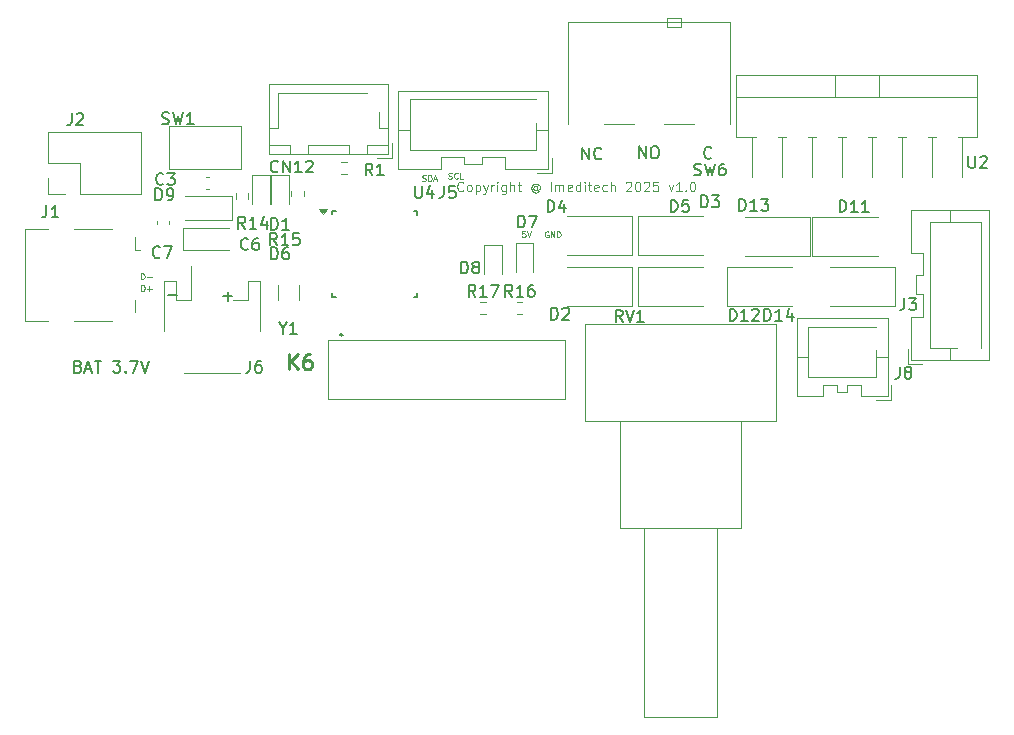
<source format=gbr>
%TF.GenerationSoftware,KiCad,Pcbnew,9.0.1*%
%TF.CreationDate,2025-06-18T23:24:53+09:00*%
%TF.ProjectId,NanoV3.3,4e616e6f-5633-42e3-932e-6b696361645f,rev?*%
%TF.SameCoordinates,Original*%
%TF.FileFunction,Legend,Top*%
%TF.FilePolarity,Positive*%
%FSLAX46Y46*%
G04 Gerber Fmt 4.6, Leading zero omitted, Abs format (unit mm)*
G04 Created by KiCad (PCBNEW 9.0.1) date 2025-06-18 23:24:53*
%MOMM*%
%LPD*%
G01*
G04 APERTURE LIST*
%ADD10C,0.100000*%
%ADD11C,0.150000*%
%ADD12C,0.254000*%
%ADD13C,0.120000*%
%ADD14C,0.200000*%
G04 APERTURE END LIST*
D10*
X129116741Y-118607419D02*
X129069122Y-118583609D01*
X129069122Y-118583609D02*
X128997693Y-118583609D01*
X128997693Y-118583609D02*
X128926265Y-118607419D01*
X128926265Y-118607419D02*
X128878646Y-118655038D01*
X128878646Y-118655038D02*
X128854836Y-118702657D01*
X128854836Y-118702657D02*
X128831027Y-118797895D01*
X128831027Y-118797895D02*
X128831027Y-118869323D01*
X128831027Y-118869323D02*
X128854836Y-118964561D01*
X128854836Y-118964561D02*
X128878646Y-119012180D01*
X128878646Y-119012180D02*
X128926265Y-119059800D01*
X128926265Y-119059800D02*
X128997693Y-119083609D01*
X128997693Y-119083609D02*
X129045312Y-119083609D01*
X129045312Y-119083609D02*
X129116741Y-119059800D01*
X129116741Y-119059800D02*
X129140550Y-119035990D01*
X129140550Y-119035990D02*
X129140550Y-118869323D01*
X129140550Y-118869323D02*
X129045312Y-118869323D01*
X129354836Y-119083609D02*
X129354836Y-118583609D01*
X129354836Y-118583609D02*
X129640550Y-119083609D01*
X129640550Y-119083609D02*
X129640550Y-118583609D01*
X129878646Y-119083609D02*
X129878646Y-118583609D01*
X129878646Y-118583609D02*
X129997694Y-118583609D01*
X129997694Y-118583609D02*
X130069122Y-118607419D01*
X130069122Y-118607419D02*
X130116741Y-118655038D01*
X130116741Y-118655038D02*
X130140551Y-118702657D01*
X130140551Y-118702657D02*
X130164360Y-118797895D01*
X130164360Y-118797895D02*
X130164360Y-118869323D01*
X130164360Y-118869323D02*
X130140551Y-118964561D01*
X130140551Y-118964561D02*
X130116741Y-119012180D01*
X130116741Y-119012180D02*
X130069122Y-119059800D01*
X130069122Y-119059800D02*
X129997694Y-119083609D01*
X129997694Y-119083609D02*
X129878646Y-119083609D01*
X120661027Y-114109800D02*
X120732455Y-114133609D01*
X120732455Y-114133609D02*
X120851503Y-114133609D01*
X120851503Y-114133609D02*
X120899122Y-114109800D01*
X120899122Y-114109800D02*
X120922931Y-114085990D01*
X120922931Y-114085990D02*
X120946741Y-114038371D01*
X120946741Y-114038371D02*
X120946741Y-113990752D01*
X120946741Y-113990752D02*
X120922931Y-113943133D01*
X120922931Y-113943133D02*
X120899122Y-113919323D01*
X120899122Y-113919323D02*
X120851503Y-113895514D01*
X120851503Y-113895514D02*
X120756265Y-113871704D01*
X120756265Y-113871704D02*
X120708646Y-113847895D01*
X120708646Y-113847895D02*
X120684836Y-113824085D01*
X120684836Y-113824085D02*
X120661027Y-113776466D01*
X120661027Y-113776466D02*
X120661027Y-113728847D01*
X120661027Y-113728847D02*
X120684836Y-113681228D01*
X120684836Y-113681228D02*
X120708646Y-113657419D01*
X120708646Y-113657419D02*
X120756265Y-113633609D01*
X120756265Y-113633609D02*
X120875312Y-113633609D01*
X120875312Y-113633609D02*
X120946741Y-113657419D01*
X121446740Y-114085990D02*
X121422931Y-114109800D01*
X121422931Y-114109800D02*
X121351502Y-114133609D01*
X121351502Y-114133609D02*
X121303883Y-114133609D01*
X121303883Y-114133609D02*
X121232455Y-114109800D01*
X121232455Y-114109800D02*
X121184836Y-114062180D01*
X121184836Y-114062180D02*
X121161026Y-114014561D01*
X121161026Y-114014561D02*
X121137217Y-113919323D01*
X121137217Y-113919323D02*
X121137217Y-113847895D01*
X121137217Y-113847895D02*
X121161026Y-113752657D01*
X121161026Y-113752657D02*
X121184836Y-113705038D01*
X121184836Y-113705038D02*
X121232455Y-113657419D01*
X121232455Y-113657419D02*
X121303883Y-113633609D01*
X121303883Y-113633609D02*
X121351502Y-113633609D01*
X121351502Y-113633609D02*
X121422931Y-113657419D01*
X121422931Y-113657419D02*
X121446740Y-113681228D01*
X121899121Y-114133609D02*
X121661026Y-114133609D01*
X121661026Y-114133609D02*
X121661026Y-113633609D01*
X121913408Y-115120704D02*
X121875312Y-115158800D01*
X121875312Y-115158800D02*
X121761027Y-115196895D01*
X121761027Y-115196895D02*
X121684836Y-115196895D01*
X121684836Y-115196895D02*
X121570550Y-115158800D01*
X121570550Y-115158800D02*
X121494360Y-115082609D01*
X121494360Y-115082609D02*
X121456265Y-115006419D01*
X121456265Y-115006419D02*
X121418169Y-114854038D01*
X121418169Y-114854038D02*
X121418169Y-114739752D01*
X121418169Y-114739752D02*
X121456265Y-114587371D01*
X121456265Y-114587371D02*
X121494360Y-114511180D01*
X121494360Y-114511180D02*
X121570550Y-114434990D01*
X121570550Y-114434990D02*
X121684836Y-114396895D01*
X121684836Y-114396895D02*
X121761027Y-114396895D01*
X121761027Y-114396895D02*
X121875312Y-114434990D01*
X121875312Y-114434990D02*
X121913408Y-114473085D01*
X122370550Y-115196895D02*
X122294360Y-115158800D01*
X122294360Y-115158800D02*
X122256265Y-115120704D01*
X122256265Y-115120704D02*
X122218169Y-115044514D01*
X122218169Y-115044514D02*
X122218169Y-114815942D01*
X122218169Y-114815942D02*
X122256265Y-114739752D01*
X122256265Y-114739752D02*
X122294360Y-114701657D01*
X122294360Y-114701657D02*
X122370550Y-114663561D01*
X122370550Y-114663561D02*
X122484836Y-114663561D01*
X122484836Y-114663561D02*
X122561027Y-114701657D01*
X122561027Y-114701657D02*
X122599122Y-114739752D01*
X122599122Y-114739752D02*
X122637217Y-114815942D01*
X122637217Y-114815942D02*
X122637217Y-115044514D01*
X122637217Y-115044514D02*
X122599122Y-115120704D01*
X122599122Y-115120704D02*
X122561027Y-115158800D01*
X122561027Y-115158800D02*
X122484836Y-115196895D01*
X122484836Y-115196895D02*
X122370550Y-115196895D01*
X122980075Y-114663561D02*
X122980075Y-115463561D01*
X122980075Y-114701657D02*
X123056265Y-114663561D01*
X123056265Y-114663561D02*
X123208646Y-114663561D01*
X123208646Y-114663561D02*
X123284837Y-114701657D01*
X123284837Y-114701657D02*
X123322932Y-114739752D01*
X123322932Y-114739752D02*
X123361027Y-114815942D01*
X123361027Y-114815942D02*
X123361027Y-115044514D01*
X123361027Y-115044514D02*
X123322932Y-115120704D01*
X123322932Y-115120704D02*
X123284837Y-115158800D01*
X123284837Y-115158800D02*
X123208646Y-115196895D01*
X123208646Y-115196895D02*
X123056265Y-115196895D01*
X123056265Y-115196895D02*
X122980075Y-115158800D01*
X123627694Y-114663561D02*
X123818170Y-115196895D01*
X124008647Y-114663561D02*
X123818170Y-115196895D01*
X123818170Y-115196895D02*
X123741980Y-115387371D01*
X123741980Y-115387371D02*
X123703885Y-115425466D01*
X123703885Y-115425466D02*
X123627694Y-115463561D01*
X124313409Y-115196895D02*
X124313409Y-114663561D01*
X124313409Y-114815942D02*
X124351504Y-114739752D01*
X124351504Y-114739752D02*
X124389599Y-114701657D01*
X124389599Y-114701657D02*
X124465790Y-114663561D01*
X124465790Y-114663561D02*
X124541980Y-114663561D01*
X124808647Y-115196895D02*
X124808647Y-114663561D01*
X124808647Y-114396895D02*
X124770551Y-114434990D01*
X124770551Y-114434990D02*
X124808647Y-114473085D01*
X124808647Y-114473085D02*
X124846742Y-114434990D01*
X124846742Y-114434990D02*
X124808647Y-114396895D01*
X124808647Y-114396895D02*
X124808647Y-114473085D01*
X125532456Y-114663561D02*
X125532456Y-115311180D01*
X125532456Y-115311180D02*
X125494361Y-115387371D01*
X125494361Y-115387371D02*
X125456265Y-115425466D01*
X125456265Y-115425466D02*
X125380075Y-115463561D01*
X125380075Y-115463561D02*
X125265789Y-115463561D01*
X125265789Y-115463561D02*
X125189599Y-115425466D01*
X125532456Y-115158800D02*
X125456265Y-115196895D01*
X125456265Y-115196895D02*
X125303884Y-115196895D01*
X125303884Y-115196895D02*
X125227694Y-115158800D01*
X125227694Y-115158800D02*
X125189599Y-115120704D01*
X125189599Y-115120704D02*
X125151503Y-115044514D01*
X125151503Y-115044514D02*
X125151503Y-114815942D01*
X125151503Y-114815942D02*
X125189599Y-114739752D01*
X125189599Y-114739752D02*
X125227694Y-114701657D01*
X125227694Y-114701657D02*
X125303884Y-114663561D01*
X125303884Y-114663561D02*
X125456265Y-114663561D01*
X125456265Y-114663561D02*
X125532456Y-114701657D01*
X125913409Y-115196895D02*
X125913409Y-114396895D01*
X126256266Y-115196895D02*
X126256266Y-114777847D01*
X126256266Y-114777847D02*
X126218171Y-114701657D01*
X126218171Y-114701657D02*
X126141980Y-114663561D01*
X126141980Y-114663561D02*
X126027694Y-114663561D01*
X126027694Y-114663561D02*
X125951504Y-114701657D01*
X125951504Y-114701657D02*
X125913409Y-114739752D01*
X126522933Y-114663561D02*
X126827695Y-114663561D01*
X126637219Y-114396895D02*
X126637219Y-115082609D01*
X126637219Y-115082609D02*
X126675314Y-115158800D01*
X126675314Y-115158800D02*
X126751504Y-115196895D01*
X126751504Y-115196895D02*
X126827695Y-115196895D01*
X128199124Y-114815942D02*
X128161029Y-114777847D01*
X128161029Y-114777847D02*
X128084838Y-114739752D01*
X128084838Y-114739752D02*
X128008648Y-114739752D01*
X128008648Y-114739752D02*
X127932457Y-114777847D01*
X127932457Y-114777847D02*
X127894362Y-114815942D01*
X127894362Y-114815942D02*
X127856267Y-114892133D01*
X127856267Y-114892133D02*
X127856267Y-114968323D01*
X127856267Y-114968323D02*
X127894362Y-115044514D01*
X127894362Y-115044514D02*
X127932457Y-115082609D01*
X127932457Y-115082609D02*
X128008648Y-115120704D01*
X128008648Y-115120704D02*
X128084838Y-115120704D01*
X128084838Y-115120704D02*
X128161029Y-115082609D01*
X128161029Y-115082609D02*
X128199124Y-115044514D01*
X128199124Y-114739752D02*
X128199124Y-115044514D01*
X128199124Y-115044514D02*
X128237219Y-115082609D01*
X128237219Y-115082609D02*
X128275314Y-115082609D01*
X128275314Y-115082609D02*
X128351505Y-115044514D01*
X128351505Y-115044514D02*
X128389600Y-114968323D01*
X128389600Y-114968323D02*
X128389600Y-114777847D01*
X128389600Y-114777847D02*
X128313410Y-114663561D01*
X128313410Y-114663561D02*
X128199124Y-114587371D01*
X128199124Y-114587371D02*
X128046743Y-114549276D01*
X128046743Y-114549276D02*
X127894362Y-114587371D01*
X127894362Y-114587371D02*
X127780076Y-114663561D01*
X127780076Y-114663561D02*
X127703886Y-114777847D01*
X127703886Y-114777847D02*
X127665790Y-114930228D01*
X127665790Y-114930228D02*
X127703886Y-115082609D01*
X127703886Y-115082609D02*
X127780076Y-115196895D01*
X127780076Y-115196895D02*
X127894362Y-115273085D01*
X127894362Y-115273085D02*
X128046743Y-115311180D01*
X128046743Y-115311180D02*
X128199124Y-115273085D01*
X128199124Y-115273085D02*
X128313410Y-115196895D01*
X129341981Y-115196895D02*
X129341981Y-114396895D01*
X129722933Y-115196895D02*
X129722933Y-114663561D01*
X129722933Y-114739752D02*
X129761028Y-114701657D01*
X129761028Y-114701657D02*
X129837218Y-114663561D01*
X129837218Y-114663561D02*
X129951504Y-114663561D01*
X129951504Y-114663561D02*
X130027695Y-114701657D01*
X130027695Y-114701657D02*
X130065790Y-114777847D01*
X130065790Y-114777847D02*
X130065790Y-115196895D01*
X130065790Y-114777847D02*
X130103885Y-114701657D01*
X130103885Y-114701657D02*
X130180076Y-114663561D01*
X130180076Y-114663561D02*
X130294361Y-114663561D01*
X130294361Y-114663561D02*
X130370552Y-114701657D01*
X130370552Y-114701657D02*
X130408647Y-114777847D01*
X130408647Y-114777847D02*
X130408647Y-115196895D01*
X131094362Y-115158800D02*
X131018171Y-115196895D01*
X131018171Y-115196895D02*
X130865790Y-115196895D01*
X130865790Y-115196895D02*
X130789600Y-115158800D01*
X130789600Y-115158800D02*
X130751504Y-115082609D01*
X130751504Y-115082609D02*
X130751504Y-114777847D01*
X130751504Y-114777847D02*
X130789600Y-114701657D01*
X130789600Y-114701657D02*
X130865790Y-114663561D01*
X130865790Y-114663561D02*
X131018171Y-114663561D01*
X131018171Y-114663561D02*
X131094362Y-114701657D01*
X131094362Y-114701657D02*
X131132457Y-114777847D01*
X131132457Y-114777847D02*
X131132457Y-114854038D01*
X131132457Y-114854038D02*
X130751504Y-114930228D01*
X131818171Y-115196895D02*
X131818171Y-114396895D01*
X131818171Y-115158800D02*
X131741980Y-115196895D01*
X131741980Y-115196895D02*
X131589599Y-115196895D01*
X131589599Y-115196895D02*
X131513409Y-115158800D01*
X131513409Y-115158800D02*
X131475314Y-115120704D01*
X131475314Y-115120704D02*
X131437218Y-115044514D01*
X131437218Y-115044514D02*
X131437218Y-114815942D01*
X131437218Y-114815942D02*
X131475314Y-114739752D01*
X131475314Y-114739752D02*
X131513409Y-114701657D01*
X131513409Y-114701657D02*
X131589599Y-114663561D01*
X131589599Y-114663561D02*
X131741980Y-114663561D01*
X131741980Y-114663561D02*
X131818171Y-114701657D01*
X132199124Y-115196895D02*
X132199124Y-114663561D01*
X132199124Y-114396895D02*
X132161028Y-114434990D01*
X132161028Y-114434990D02*
X132199124Y-114473085D01*
X132199124Y-114473085D02*
X132237219Y-114434990D01*
X132237219Y-114434990D02*
X132199124Y-114396895D01*
X132199124Y-114396895D02*
X132199124Y-114473085D01*
X132465790Y-114663561D02*
X132770552Y-114663561D01*
X132580076Y-114396895D02*
X132580076Y-115082609D01*
X132580076Y-115082609D02*
X132618171Y-115158800D01*
X132618171Y-115158800D02*
X132694361Y-115196895D01*
X132694361Y-115196895D02*
X132770552Y-115196895D01*
X133341981Y-115158800D02*
X133265790Y-115196895D01*
X133265790Y-115196895D02*
X133113409Y-115196895D01*
X133113409Y-115196895D02*
X133037219Y-115158800D01*
X133037219Y-115158800D02*
X132999123Y-115082609D01*
X132999123Y-115082609D02*
X132999123Y-114777847D01*
X132999123Y-114777847D02*
X133037219Y-114701657D01*
X133037219Y-114701657D02*
X133113409Y-114663561D01*
X133113409Y-114663561D02*
X133265790Y-114663561D01*
X133265790Y-114663561D02*
X133341981Y-114701657D01*
X133341981Y-114701657D02*
X133380076Y-114777847D01*
X133380076Y-114777847D02*
X133380076Y-114854038D01*
X133380076Y-114854038D02*
X132999123Y-114930228D01*
X134065790Y-115158800D02*
X133989599Y-115196895D01*
X133989599Y-115196895D02*
X133837218Y-115196895D01*
X133837218Y-115196895D02*
X133761028Y-115158800D01*
X133761028Y-115158800D02*
X133722933Y-115120704D01*
X133722933Y-115120704D02*
X133684837Y-115044514D01*
X133684837Y-115044514D02*
X133684837Y-114815942D01*
X133684837Y-114815942D02*
X133722933Y-114739752D01*
X133722933Y-114739752D02*
X133761028Y-114701657D01*
X133761028Y-114701657D02*
X133837218Y-114663561D01*
X133837218Y-114663561D02*
X133989599Y-114663561D01*
X133989599Y-114663561D02*
X134065790Y-114701657D01*
X134408647Y-115196895D02*
X134408647Y-114396895D01*
X134751504Y-115196895D02*
X134751504Y-114777847D01*
X134751504Y-114777847D02*
X134713409Y-114701657D01*
X134713409Y-114701657D02*
X134637218Y-114663561D01*
X134637218Y-114663561D02*
X134522932Y-114663561D01*
X134522932Y-114663561D02*
X134446742Y-114701657D01*
X134446742Y-114701657D02*
X134408647Y-114739752D01*
X135703885Y-114473085D02*
X135741981Y-114434990D01*
X135741981Y-114434990D02*
X135818171Y-114396895D01*
X135818171Y-114396895D02*
X136008647Y-114396895D01*
X136008647Y-114396895D02*
X136084838Y-114434990D01*
X136084838Y-114434990D02*
X136122933Y-114473085D01*
X136122933Y-114473085D02*
X136161028Y-114549276D01*
X136161028Y-114549276D02*
X136161028Y-114625466D01*
X136161028Y-114625466D02*
X136122933Y-114739752D01*
X136122933Y-114739752D02*
X135665790Y-115196895D01*
X135665790Y-115196895D02*
X136161028Y-115196895D01*
X136656267Y-114396895D02*
X136732457Y-114396895D01*
X136732457Y-114396895D02*
X136808648Y-114434990D01*
X136808648Y-114434990D02*
X136846743Y-114473085D01*
X136846743Y-114473085D02*
X136884838Y-114549276D01*
X136884838Y-114549276D02*
X136922933Y-114701657D01*
X136922933Y-114701657D02*
X136922933Y-114892133D01*
X136922933Y-114892133D02*
X136884838Y-115044514D01*
X136884838Y-115044514D02*
X136846743Y-115120704D01*
X136846743Y-115120704D02*
X136808648Y-115158800D01*
X136808648Y-115158800D02*
X136732457Y-115196895D01*
X136732457Y-115196895D02*
X136656267Y-115196895D01*
X136656267Y-115196895D02*
X136580076Y-115158800D01*
X136580076Y-115158800D02*
X136541981Y-115120704D01*
X136541981Y-115120704D02*
X136503886Y-115044514D01*
X136503886Y-115044514D02*
X136465790Y-114892133D01*
X136465790Y-114892133D02*
X136465790Y-114701657D01*
X136465790Y-114701657D02*
X136503886Y-114549276D01*
X136503886Y-114549276D02*
X136541981Y-114473085D01*
X136541981Y-114473085D02*
X136580076Y-114434990D01*
X136580076Y-114434990D02*
X136656267Y-114396895D01*
X137227695Y-114473085D02*
X137265791Y-114434990D01*
X137265791Y-114434990D02*
X137341981Y-114396895D01*
X137341981Y-114396895D02*
X137532457Y-114396895D01*
X137532457Y-114396895D02*
X137608648Y-114434990D01*
X137608648Y-114434990D02*
X137646743Y-114473085D01*
X137646743Y-114473085D02*
X137684838Y-114549276D01*
X137684838Y-114549276D02*
X137684838Y-114625466D01*
X137684838Y-114625466D02*
X137646743Y-114739752D01*
X137646743Y-114739752D02*
X137189600Y-115196895D01*
X137189600Y-115196895D02*
X137684838Y-115196895D01*
X138408648Y-114396895D02*
X138027696Y-114396895D01*
X138027696Y-114396895D02*
X137989600Y-114777847D01*
X137989600Y-114777847D02*
X138027696Y-114739752D01*
X138027696Y-114739752D02*
X138103886Y-114701657D01*
X138103886Y-114701657D02*
X138294362Y-114701657D01*
X138294362Y-114701657D02*
X138370553Y-114739752D01*
X138370553Y-114739752D02*
X138408648Y-114777847D01*
X138408648Y-114777847D02*
X138446743Y-114854038D01*
X138446743Y-114854038D02*
X138446743Y-115044514D01*
X138446743Y-115044514D02*
X138408648Y-115120704D01*
X138408648Y-115120704D02*
X138370553Y-115158800D01*
X138370553Y-115158800D02*
X138294362Y-115196895D01*
X138294362Y-115196895D02*
X138103886Y-115196895D01*
X138103886Y-115196895D02*
X138027696Y-115158800D01*
X138027696Y-115158800D02*
X137989600Y-115120704D01*
X139322934Y-114663561D02*
X139513410Y-115196895D01*
X139513410Y-115196895D02*
X139703887Y-114663561D01*
X140427696Y-115196895D02*
X139970553Y-115196895D01*
X140199125Y-115196895D02*
X140199125Y-114396895D01*
X140199125Y-114396895D02*
X140122934Y-114511180D01*
X140122934Y-114511180D02*
X140046744Y-114587371D01*
X140046744Y-114587371D02*
X139970553Y-114625466D01*
X140770554Y-115120704D02*
X140808649Y-115158800D01*
X140808649Y-115158800D02*
X140770554Y-115196895D01*
X140770554Y-115196895D02*
X140732458Y-115158800D01*
X140732458Y-115158800D02*
X140770554Y-115120704D01*
X140770554Y-115120704D02*
X140770554Y-115196895D01*
X141303887Y-114396895D02*
X141380077Y-114396895D01*
X141380077Y-114396895D02*
X141456268Y-114434990D01*
X141456268Y-114434990D02*
X141494363Y-114473085D01*
X141494363Y-114473085D02*
X141532458Y-114549276D01*
X141532458Y-114549276D02*
X141570553Y-114701657D01*
X141570553Y-114701657D02*
X141570553Y-114892133D01*
X141570553Y-114892133D02*
X141532458Y-115044514D01*
X141532458Y-115044514D02*
X141494363Y-115120704D01*
X141494363Y-115120704D02*
X141456268Y-115158800D01*
X141456268Y-115158800D02*
X141380077Y-115196895D01*
X141380077Y-115196895D02*
X141303887Y-115196895D01*
X141303887Y-115196895D02*
X141227696Y-115158800D01*
X141227696Y-115158800D02*
X141189601Y-115120704D01*
X141189601Y-115120704D02*
X141151506Y-115044514D01*
X141151506Y-115044514D02*
X141113410Y-114892133D01*
X141113410Y-114892133D02*
X141113410Y-114701657D01*
X141113410Y-114701657D02*
X141151506Y-114549276D01*
X141151506Y-114549276D02*
X141189601Y-114473085D01*
X141189601Y-114473085D02*
X141227696Y-114434990D01*
X141227696Y-114434990D02*
X141303887Y-114396895D01*
X94654836Y-122653609D02*
X94654836Y-122153609D01*
X94654836Y-122153609D02*
X94773884Y-122153609D01*
X94773884Y-122153609D02*
X94845312Y-122177419D01*
X94845312Y-122177419D02*
X94892931Y-122225038D01*
X94892931Y-122225038D02*
X94916741Y-122272657D01*
X94916741Y-122272657D02*
X94940550Y-122367895D01*
X94940550Y-122367895D02*
X94940550Y-122439323D01*
X94940550Y-122439323D02*
X94916741Y-122534561D01*
X94916741Y-122534561D02*
X94892931Y-122582180D01*
X94892931Y-122582180D02*
X94845312Y-122629800D01*
X94845312Y-122629800D02*
X94773884Y-122653609D01*
X94773884Y-122653609D02*
X94654836Y-122653609D01*
X95154836Y-122463133D02*
X95535789Y-122463133D01*
D11*
X96946779Y-123988866D02*
X97708684Y-123988866D01*
X101596779Y-124098866D02*
X102358684Y-124098866D01*
X101977731Y-124479819D02*
X101977731Y-123717914D01*
X89330112Y-130026009D02*
X89472969Y-130073628D01*
X89472969Y-130073628D02*
X89520588Y-130121247D01*
X89520588Y-130121247D02*
X89568207Y-130216485D01*
X89568207Y-130216485D02*
X89568207Y-130359342D01*
X89568207Y-130359342D02*
X89520588Y-130454580D01*
X89520588Y-130454580D02*
X89472969Y-130502200D01*
X89472969Y-130502200D02*
X89377731Y-130549819D01*
X89377731Y-130549819D02*
X88996779Y-130549819D01*
X88996779Y-130549819D02*
X88996779Y-129549819D01*
X88996779Y-129549819D02*
X89330112Y-129549819D01*
X89330112Y-129549819D02*
X89425350Y-129597438D01*
X89425350Y-129597438D02*
X89472969Y-129645057D01*
X89472969Y-129645057D02*
X89520588Y-129740295D01*
X89520588Y-129740295D02*
X89520588Y-129835533D01*
X89520588Y-129835533D02*
X89472969Y-129930771D01*
X89472969Y-129930771D02*
X89425350Y-129978390D01*
X89425350Y-129978390D02*
X89330112Y-130026009D01*
X89330112Y-130026009D02*
X88996779Y-130026009D01*
X89949160Y-130264104D02*
X90425350Y-130264104D01*
X89853922Y-130549819D02*
X90187255Y-129549819D01*
X90187255Y-129549819D02*
X90520588Y-130549819D01*
X90711065Y-129549819D02*
X91282493Y-129549819D01*
X90996779Y-130549819D02*
X90996779Y-129549819D01*
X92282494Y-129549819D02*
X92901541Y-129549819D01*
X92901541Y-129549819D02*
X92568208Y-129930771D01*
X92568208Y-129930771D02*
X92711065Y-129930771D01*
X92711065Y-129930771D02*
X92806303Y-129978390D01*
X92806303Y-129978390D02*
X92853922Y-130026009D01*
X92853922Y-130026009D02*
X92901541Y-130121247D01*
X92901541Y-130121247D02*
X92901541Y-130359342D01*
X92901541Y-130359342D02*
X92853922Y-130454580D01*
X92853922Y-130454580D02*
X92806303Y-130502200D01*
X92806303Y-130502200D02*
X92711065Y-130549819D01*
X92711065Y-130549819D02*
X92425351Y-130549819D01*
X92425351Y-130549819D02*
X92330113Y-130502200D01*
X92330113Y-130502200D02*
X92282494Y-130454580D01*
X93330113Y-130454580D02*
X93377732Y-130502200D01*
X93377732Y-130502200D02*
X93330113Y-130549819D01*
X93330113Y-130549819D02*
X93282494Y-130502200D01*
X93282494Y-130502200D02*
X93330113Y-130454580D01*
X93330113Y-130454580D02*
X93330113Y-130549819D01*
X93711065Y-129549819D02*
X94377731Y-129549819D01*
X94377731Y-129549819D02*
X93949160Y-130549819D01*
X94615827Y-129549819D02*
X94949160Y-130549819D01*
X94949160Y-130549819D02*
X95282493Y-129549819D01*
D10*
X94664836Y-123633609D02*
X94664836Y-123133609D01*
X94664836Y-123133609D02*
X94783884Y-123133609D01*
X94783884Y-123133609D02*
X94855312Y-123157419D01*
X94855312Y-123157419D02*
X94902931Y-123205038D01*
X94902931Y-123205038D02*
X94926741Y-123252657D01*
X94926741Y-123252657D02*
X94950550Y-123347895D01*
X94950550Y-123347895D02*
X94950550Y-123419323D01*
X94950550Y-123419323D02*
X94926741Y-123514561D01*
X94926741Y-123514561D02*
X94902931Y-123562180D01*
X94902931Y-123562180D02*
X94855312Y-123609800D01*
X94855312Y-123609800D02*
X94783884Y-123633609D01*
X94783884Y-123633609D02*
X94664836Y-123633609D01*
X95164836Y-123443133D02*
X95545789Y-123443133D01*
X95355312Y-123633609D02*
X95355312Y-123252657D01*
X118461027Y-114309800D02*
X118532455Y-114333609D01*
X118532455Y-114333609D02*
X118651503Y-114333609D01*
X118651503Y-114333609D02*
X118699122Y-114309800D01*
X118699122Y-114309800D02*
X118722931Y-114285990D01*
X118722931Y-114285990D02*
X118746741Y-114238371D01*
X118746741Y-114238371D02*
X118746741Y-114190752D01*
X118746741Y-114190752D02*
X118722931Y-114143133D01*
X118722931Y-114143133D02*
X118699122Y-114119323D01*
X118699122Y-114119323D02*
X118651503Y-114095514D01*
X118651503Y-114095514D02*
X118556265Y-114071704D01*
X118556265Y-114071704D02*
X118508646Y-114047895D01*
X118508646Y-114047895D02*
X118484836Y-114024085D01*
X118484836Y-114024085D02*
X118461027Y-113976466D01*
X118461027Y-113976466D02*
X118461027Y-113928847D01*
X118461027Y-113928847D02*
X118484836Y-113881228D01*
X118484836Y-113881228D02*
X118508646Y-113857419D01*
X118508646Y-113857419D02*
X118556265Y-113833609D01*
X118556265Y-113833609D02*
X118675312Y-113833609D01*
X118675312Y-113833609D02*
X118746741Y-113857419D01*
X118961026Y-114333609D02*
X118961026Y-113833609D01*
X118961026Y-113833609D02*
X119080074Y-113833609D01*
X119080074Y-113833609D02*
X119151502Y-113857419D01*
X119151502Y-113857419D02*
X119199121Y-113905038D01*
X119199121Y-113905038D02*
X119222931Y-113952657D01*
X119222931Y-113952657D02*
X119246740Y-114047895D01*
X119246740Y-114047895D02*
X119246740Y-114119323D01*
X119246740Y-114119323D02*
X119222931Y-114214561D01*
X119222931Y-114214561D02*
X119199121Y-114262180D01*
X119199121Y-114262180D02*
X119151502Y-114309800D01*
X119151502Y-114309800D02*
X119080074Y-114333609D01*
X119080074Y-114333609D02*
X118961026Y-114333609D01*
X119437217Y-114190752D02*
X119675312Y-114190752D01*
X119389598Y-114333609D02*
X119556264Y-113833609D01*
X119556264Y-113833609D02*
X119722931Y-114333609D01*
X127172931Y-118573609D02*
X126934836Y-118573609D01*
X126934836Y-118573609D02*
X126911027Y-118811704D01*
X126911027Y-118811704D02*
X126934836Y-118787895D01*
X126934836Y-118787895D02*
X126982455Y-118764085D01*
X126982455Y-118764085D02*
X127101503Y-118764085D01*
X127101503Y-118764085D02*
X127149122Y-118787895D01*
X127149122Y-118787895D02*
X127172931Y-118811704D01*
X127172931Y-118811704D02*
X127196741Y-118859323D01*
X127196741Y-118859323D02*
X127196741Y-118978371D01*
X127196741Y-118978371D02*
X127172931Y-119025990D01*
X127172931Y-119025990D02*
X127149122Y-119049800D01*
X127149122Y-119049800D02*
X127101503Y-119073609D01*
X127101503Y-119073609D02*
X126982455Y-119073609D01*
X126982455Y-119073609D02*
X126934836Y-119049800D01*
X126934836Y-119049800D02*
X126911027Y-119025990D01*
X127339598Y-118573609D02*
X127506264Y-119073609D01*
X127506264Y-119073609D02*
X127672931Y-118573609D01*
D11*
X105661905Y-120954819D02*
X105661905Y-119954819D01*
X105661905Y-119954819D02*
X105900000Y-119954819D01*
X105900000Y-119954819D02*
X106042857Y-120002438D01*
X106042857Y-120002438D02*
X106138095Y-120097676D01*
X106138095Y-120097676D02*
X106185714Y-120192914D01*
X106185714Y-120192914D02*
X106233333Y-120383390D01*
X106233333Y-120383390D02*
X106233333Y-120526247D01*
X106233333Y-120526247D02*
X106185714Y-120716723D01*
X106185714Y-120716723D02*
X106138095Y-120811961D01*
X106138095Y-120811961D02*
X106042857Y-120907200D01*
X106042857Y-120907200D02*
X105900000Y-120954819D01*
X105900000Y-120954819D02*
X105661905Y-120954819D01*
X107090476Y-119954819D02*
X106900000Y-119954819D01*
X106900000Y-119954819D02*
X106804762Y-120002438D01*
X106804762Y-120002438D02*
X106757143Y-120050057D01*
X106757143Y-120050057D02*
X106661905Y-120192914D01*
X106661905Y-120192914D02*
X106614286Y-120383390D01*
X106614286Y-120383390D02*
X106614286Y-120764342D01*
X106614286Y-120764342D02*
X106661905Y-120859580D01*
X106661905Y-120859580D02*
X106709524Y-120907200D01*
X106709524Y-120907200D02*
X106804762Y-120954819D01*
X106804762Y-120954819D02*
X106995238Y-120954819D01*
X106995238Y-120954819D02*
X107090476Y-120907200D01*
X107090476Y-120907200D02*
X107138095Y-120859580D01*
X107138095Y-120859580D02*
X107185714Y-120764342D01*
X107185714Y-120764342D02*
X107185714Y-120526247D01*
X107185714Y-120526247D02*
X107138095Y-120431009D01*
X107138095Y-120431009D02*
X107090476Y-120383390D01*
X107090476Y-120383390D02*
X106995238Y-120335771D01*
X106995238Y-120335771D02*
X106804762Y-120335771D01*
X106804762Y-120335771D02*
X106709524Y-120383390D01*
X106709524Y-120383390D02*
X106661905Y-120431009D01*
X106661905Y-120431009D02*
X106614286Y-120526247D01*
X129361905Y-126054819D02*
X129361905Y-125054819D01*
X129361905Y-125054819D02*
X129600000Y-125054819D01*
X129600000Y-125054819D02*
X129742857Y-125102438D01*
X129742857Y-125102438D02*
X129838095Y-125197676D01*
X129838095Y-125197676D02*
X129885714Y-125292914D01*
X129885714Y-125292914D02*
X129933333Y-125483390D01*
X129933333Y-125483390D02*
X129933333Y-125626247D01*
X129933333Y-125626247D02*
X129885714Y-125816723D01*
X129885714Y-125816723D02*
X129838095Y-125911961D01*
X129838095Y-125911961D02*
X129742857Y-126007200D01*
X129742857Y-126007200D02*
X129600000Y-126054819D01*
X129600000Y-126054819D02*
X129361905Y-126054819D01*
X130314286Y-125150057D02*
X130361905Y-125102438D01*
X130361905Y-125102438D02*
X130457143Y-125054819D01*
X130457143Y-125054819D02*
X130695238Y-125054819D01*
X130695238Y-125054819D02*
X130790476Y-125102438D01*
X130790476Y-125102438D02*
X130838095Y-125150057D01*
X130838095Y-125150057D02*
X130885714Y-125245295D01*
X130885714Y-125245295D02*
X130885714Y-125340533D01*
X130885714Y-125340533D02*
X130838095Y-125483390D01*
X130838095Y-125483390D02*
X130266667Y-126054819D01*
X130266667Y-126054819D02*
X130885714Y-126054819D01*
X106157142Y-119754819D02*
X105823809Y-119278628D01*
X105585714Y-119754819D02*
X105585714Y-118754819D01*
X105585714Y-118754819D02*
X105966666Y-118754819D01*
X105966666Y-118754819D02*
X106061904Y-118802438D01*
X106061904Y-118802438D02*
X106109523Y-118850057D01*
X106109523Y-118850057D02*
X106157142Y-118945295D01*
X106157142Y-118945295D02*
X106157142Y-119088152D01*
X106157142Y-119088152D02*
X106109523Y-119183390D01*
X106109523Y-119183390D02*
X106061904Y-119231009D01*
X106061904Y-119231009D02*
X105966666Y-119278628D01*
X105966666Y-119278628D02*
X105585714Y-119278628D01*
X107109523Y-119754819D02*
X106538095Y-119754819D01*
X106823809Y-119754819D02*
X106823809Y-118754819D01*
X106823809Y-118754819D02*
X106728571Y-118897676D01*
X106728571Y-118897676D02*
X106633333Y-118992914D01*
X106633333Y-118992914D02*
X106538095Y-119040533D01*
X108014285Y-118754819D02*
X107538095Y-118754819D01*
X107538095Y-118754819D02*
X107490476Y-119231009D01*
X107490476Y-119231009D02*
X107538095Y-119183390D01*
X107538095Y-119183390D02*
X107633333Y-119135771D01*
X107633333Y-119135771D02*
X107871428Y-119135771D01*
X107871428Y-119135771D02*
X107966666Y-119183390D01*
X107966666Y-119183390D02*
X108014285Y-119231009D01*
X108014285Y-119231009D02*
X108061904Y-119326247D01*
X108061904Y-119326247D02*
X108061904Y-119564342D01*
X108061904Y-119564342D02*
X108014285Y-119659580D01*
X108014285Y-119659580D02*
X107966666Y-119707200D01*
X107966666Y-119707200D02*
X107871428Y-119754819D01*
X107871428Y-119754819D02*
X107633333Y-119754819D01*
X107633333Y-119754819D02*
X107538095Y-119707200D01*
X107538095Y-119707200D02*
X107490476Y-119659580D01*
X88766666Y-108599819D02*
X88766666Y-109314104D01*
X88766666Y-109314104D02*
X88719047Y-109456961D01*
X88719047Y-109456961D02*
X88623809Y-109552200D01*
X88623809Y-109552200D02*
X88480952Y-109599819D01*
X88480952Y-109599819D02*
X88385714Y-109599819D01*
X89195238Y-108695057D02*
X89242857Y-108647438D01*
X89242857Y-108647438D02*
X89338095Y-108599819D01*
X89338095Y-108599819D02*
X89576190Y-108599819D01*
X89576190Y-108599819D02*
X89671428Y-108647438D01*
X89671428Y-108647438D02*
X89719047Y-108695057D01*
X89719047Y-108695057D02*
X89766666Y-108790295D01*
X89766666Y-108790295D02*
X89766666Y-108885533D01*
X89766666Y-108885533D02*
X89719047Y-109028390D01*
X89719047Y-109028390D02*
X89147619Y-109599819D01*
X89147619Y-109599819D02*
X89766666Y-109599819D01*
X141466667Y-113807200D02*
X141609524Y-113854819D01*
X141609524Y-113854819D02*
X141847619Y-113854819D01*
X141847619Y-113854819D02*
X141942857Y-113807200D01*
X141942857Y-113807200D02*
X141990476Y-113759580D01*
X141990476Y-113759580D02*
X142038095Y-113664342D01*
X142038095Y-113664342D02*
X142038095Y-113569104D01*
X142038095Y-113569104D02*
X141990476Y-113473866D01*
X141990476Y-113473866D02*
X141942857Y-113426247D01*
X141942857Y-113426247D02*
X141847619Y-113378628D01*
X141847619Y-113378628D02*
X141657143Y-113331009D01*
X141657143Y-113331009D02*
X141561905Y-113283390D01*
X141561905Y-113283390D02*
X141514286Y-113235771D01*
X141514286Y-113235771D02*
X141466667Y-113140533D01*
X141466667Y-113140533D02*
X141466667Y-113045295D01*
X141466667Y-113045295D02*
X141514286Y-112950057D01*
X141514286Y-112950057D02*
X141561905Y-112902438D01*
X141561905Y-112902438D02*
X141657143Y-112854819D01*
X141657143Y-112854819D02*
X141895238Y-112854819D01*
X141895238Y-112854819D02*
X142038095Y-112902438D01*
X142371429Y-112854819D02*
X142609524Y-113854819D01*
X142609524Y-113854819D02*
X142800000Y-113140533D01*
X142800000Y-113140533D02*
X142990476Y-113854819D01*
X142990476Y-113854819D02*
X143228572Y-112854819D01*
X144038095Y-112854819D02*
X143847619Y-112854819D01*
X143847619Y-112854819D02*
X143752381Y-112902438D01*
X143752381Y-112902438D02*
X143704762Y-112950057D01*
X143704762Y-112950057D02*
X143609524Y-113092914D01*
X143609524Y-113092914D02*
X143561905Y-113283390D01*
X143561905Y-113283390D02*
X143561905Y-113664342D01*
X143561905Y-113664342D02*
X143609524Y-113759580D01*
X143609524Y-113759580D02*
X143657143Y-113807200D01*
X143657143Y-113807200D02*
X143752381Y-113854819D01*
X143752381Y-113854819D02*
X143942857Y-113854819D01*
X143942857Y-113854819D02*
X144038095Y-113807200D01*
X144038095Y-113807200D02*
X144085714Y-113759580D01*
X144085714Y-113759580D02*
X144133333Y-113664342D01*
X144133333Y-113664342D02*
X144133333Y-113426247D01*
X144133333Y-113426247D02*
X144085714Y-113331009D01*
X144085714Y-113331009D02*
X144038095Y-113283390D01*
X144038095Y-113283390D02*
X143942857Y-113235771D01*
X143942857Y-113235771D02*
X143752381Y-113235771D01*
X143752381Y-113235771D02*
X143657143Y-113283390D01*
X143657143Y-113283390D02*
X143609524Y-113331009D01*
X143609524Y-113331009D02*
X143561905Y-113426247D01*
X142919523Y-112339580D02*
X142871904Y-112387200D01*
X142871904Y-112387200D02*
X142729047Y-112434819D01*
X142729047Y-112434819D02*
X142633809Y-112434819D01*
X142633809Y-112434819D02*
X142490952Y-112387200D01*
X142490952Y-112387200D02*
X142395714Y-112291961D01*
X142395714Y-112291961D02*
X142348095Y-112196723D01*
X142348095Y-112196723D02*
X142300476Y-112006247D01*
X142300476Y-112006247D02*
X142300476Y-111863390D01*
X142300476Y-111863390D02*
X142348095Y-111672914D01*
X142348095Y-111672914D02*
X142395714Y-111577676D01*
X142395714Y-111577676D02*
X142490952Y-111482438D01*
X142490952Y-111482438D02*
X142633809Y-111434819D01*
X142633809Y-111434819D02*
X142729047Y-111434819D01*
X142729047Y-111434819D02*
X142871904Y-111482438D01*
X142871904Y-111482438D02*
X142919523Y-111530057D01*
X131994286Y-112504819D02*
X131994286Y-111504819D01*
X131994286Y-111504819D02*
X132565714Y-112504819D01*
X132565714Y-112504819D02*
X132565714Y-111504819D01*
X133613333Y-112409580D02*
X133565714Y-112457200D01*
X133565714Y-112457200D02*
X133422857Y-112504819D01*
X133422857Y-112504819D02*
X133327619Y-112504819D01*
X133327619Y-112504819D02*
X133184762Y-112457200D01*
X133184762Y-112457200D02*
X133089524Y-112361961D01*
X133089524Y-112361961D02*
X133041905Y-112266723D01*
X133041905Y-112266723D02*
X132994286Y-112076247D01*
X132994286Y-112076247D02*
X132994286Y-111933390D01*
X132994286Y-111933390D02*
X133041905Y-111742914D01*
X133041905Y-111742914D02*
X133089524Y-111647676D01*
X133089524Y-111647676D02*
X133184762Y-111552438D01*
X133184762Y-111552438D02*
X133327619Y-111504819D01*
X133327619Y-111504819D02*
X133422857Y-111504819D01*
X133422857Y-111504819D02*
X133565714Y-111552438D01*
X133565714Y-111552438D02*
X133613333Y-111600057D01*
X136800476Y-112404819D02*
X136800476Y-111404819D01*
X136800476Y-111404819D02*
X137371904Y-112404819D01*
X137371904Y-112404819D02*
X137371904Y-111404819D01*
X138038571Y-111404819D02*
X138229047Y-111404819D01*
X138229047Y-111404819D02*
X138324285Y-111452438D01*
X138324285Y-111452438D02*
X138419523Y-111547676D01*
X138419523Y-111547676D02*
X138467142Y-111738152D01*
X138467142Y-111738152D02*
X138467142Y-112071485D01*
X138467142Y-112071485D02*
X138419523Y-112261961D01*
X138419523Y-112261961D02*
X138324285Y-112357200D01*
X138324285Y-112357200D02*
X138229047Y-112404819D01*
X138229047Y-112404819D02*
X138038571Y-112404819D01*
X138038571Y-112404819D02*
X137943333Y-112357200D01*
X137943333Y-112357200D02*
X137848095Y-112261961D01*
X137848095Y-112261961D02*
X137800476Y-112071485D01*
X137800476Y-112071485D02*
X137800476Y-111738152D01*
X137800476Y-111738152D02*
X137848095Y-111547676D01*
X137848095Y-111547676D02*
X137943333Y-111452438D01*
X137943333Y-111452438D02*
X138038571Y-111404819D01*
X126057142Y-124124819D02*
X125723809Y-123648628D01*
X125485714Y-124124819D02*
X125485714Y-123124819D01*
X125485714Y-123124819D02*
X125866666Y-123124819D01*
X125866666Y-123124819D02*
X125961904Y-123172438D01*
X125961904Y-123172438D02*
X126009523Y-123220057D01*
X126009523Y-123220057D02*
X126057142Y-123315295D01*
X126057142Y-123315295D02*
X126057142Y-123458152D01*
X126057142Y-123458152D02*
X126009523Y-123553390D01*
X126009523Y-123553390D02*
X125961904Y-123601009D01*
X125961904Y-123601009D02*
X125866666Y-123648628D01*
X125866666Y-123648628D02*
X125485714Y-123648628D01*
X127009523Y-124124819D02*
X126438095Y-124124819D01*
X126723809Y-124124819D02*
X126723809Y-123124819D01*
X126723809Y-123124819D02*
X126628571Y-123267676D01*
X126628571Y-123267676D02*
X126533333Y-123362914D01*
X126533333Y-123362914D02*
X126438095Y-123410533D01*
X127866666Y-123124819D02*
X127676190Y-123124819D01*
X127676190Y-123124819D02*
X127580952Y-123172438D01*
X127580952Y-123172438D02*
X127533333Y-123220057D01*
X127533333Y-123220057D02*
X127438095Y-123362914D01*
X127438095Y-123362914D02*
X127390476Y-123553390D01*
X127390476Y-123553390D02*
X127390476Y-123934342D01*
X127390476Y-123934342D02*
X127438095Y-124029580D01*
X127438095Y-124029580D02*
X127485714Y-124077200D01*
X127485714Y-124077200D02*
X127580952Y-124124819D01*
X127580952Y-124124819D02*
X127771428Y-124124819D01*
X127771428Y-124124819D02*
X127866666Y-124077200D01*
X127866666Y-124077200D02*
X127914285Y-124029580D01*
X127914285Y-124029580D02*
X127961904Y-123934342D01*
X127961904Y-123934342D02*
X127961904Y-123696247D01*
X127961904Y-123696247D02*
X127914285Y-123601009D01*
X127914285Y-123601009D02*
X127866666Y-123553390D01*
X127866666Y-123553390D02*
X127771428Y-123505771D01*
X127771428Y-123505771D02*
X127580952Y-123505771D01*
X127580952Y-123505771D02*
X127485714Y-123553390D01*
X127485714Y-123553390D02*
X127438095Y-123601009D01*
X127438095Y-123601009D02*
X127390476Y-123696247D01*
X144485714Y-126154819D02*
X144485714Y-125154819D01*
X144485714Y-125154819D02*
X144723809Y-125154819D01*
X144723809Y-125154819D02*
X144866666Y-125202438D01*
X144866666Y-125202438D02*
X144961904Y-125297676D01*
X144961904Y-125297676D02*
X145009523Y-125392914D01*
X145009523Y-125392914D02*
X145057142Y-125583390D01*
X145057142Y-125583390D02*
X145057142Y-125726247D01*
X145057142Y-125726247D02*
X145009523Y-125916723D01*
X145009523Y-125916723D02*
X144961904Y-126011961D01*
X144961904Y-126011961D02*
X144866666Y-126107200D01*
X144866666Y-126107200D02*
X144723809Y-126154819D01*
X144723809Y-126154819D02*
X144485714Y-126154819D01*
X146009523Y-126154819D02*
X145438095Y-126154819D01*
X145723809Y-126154819D02*
X145723809Y-125154819D01*
X145723809Y-125154819D02*
X145628571Y-125297676D01*
X145628571Y-125297676D02*
X145533333Y-125392914D01*
X145533333Y-125392914D02*
X145438095Y-125440533D01*
X146390476Y-125250057D02*
X146438095Y-125202438D01*
X146438095Y-125202438D02*
X146533333Y-125154819D01*
X146533333Y-125154819D02*
X146771428Y-125154819D01*
X146771428Y-125154819D02*
X146866666Y-125202438D01*
X146866666Y-125202438D02*
X146914285Y-125250057D01*
X146914285Y-125250057D02*
X146961904Y-125345295D01*
X146961904Y-125345295D02*
X146961904Y-125440533D01*
X146961904Y-125440533D02*
X146914285Y-125583390D01*
X146914285Y-125583390D02*
X146342857Y-126154819D01*
X146342857Y-126154819D02*
X146961904Y-126154819D01*
X103866666Y-129554819D02*
X103866666Y-130269104D01*
X103866666Y-130269104D02*
X103819047Y-130411961D01*
X103819047Y-130411961D02*
X103723809Y-130507200D01*
X103723809Y-130507200D02*
X103580952Y-130554819D01*
X103580952Y-130554819D02*
X103485714Y-130554819D01*
X104771428Y-129554819D02*
X104580952Y-129554819D01*
X104580952Y-129554819D02*
X104485714Y-129602438D01*
X104485714Y-129602438D02*
X104438095Y-129650057D01*
X104438095Y-129650057D02*
X104342857Y-129792914D01*
X104342857Y-129792914D02*
X104295238Y-129983390D01*
X104295238Y-129983390D02*
X104295238Y-130364342D01*
X104295238Y-130364342D02*
X104342857Y-130459580D01*
X104342857Y-130459580D02*
X104390476Y-130507200D01*
X104390476Y-130507200D02*
X104485714Y-130554819D01*
X104485714Y-130554819D02*
X104676190Y-130554819D01*
X104676190Y-130554819D02*
X104771428Y-130507200D01*
X104771428Y-130507200D02*
X104819047Y-130459580D01*
X104819047Y-130459580D02*
X104866666Y-130364342D01*
X104866666Y-130364342D02*
X104866666Y-130126247D01*
X104866666Y-130126247D02*
X104819047Y-130031009D01*
X104819047Y-130031009D02*
X104771428Y-129983390D01*
X104771428Y-129983390D02*
X104676190Y-129935771D01*
X104676190Y-129935771D02*
X104485714Y-129935771D01*
X104485714Y-129935771D02*
X104390476Y-129983390D01*
X104390476Y-129983390D02*
X104342857Y-130031009D01*
X104342857Y-130031009D02*
X104295238Y-130126247D01*
X106233333Y-113509580D02*
X106185714Y-113557200D01*
X106185714Y-113557200D02*
X106042857Y-113604819D01*
X106042857Y-113604819D02*
X105947619Y-113604819D01*
X105947619Y-113604819D02*
X105804762Y-113557200D01*
X105804762Y-113557200D02*
X105709524Y-113461961D01*
X105709524Y-113461961D02*
X105661905Y-113366723D01*
X105661905Y-113366723D02*
X105614286Y-113176247D01*
X105614286Y-113176247D02*
X105614286Y-113033390D01*
X105614286Y-113033390D02*
X105661905Y-112842914D01*
X105661905Y-112842914D02*
X105709524Y-112747676D01*
X105709524Y-112747676D02*
X105804762Y-112652438D01*
X105804762Y-112652438D02*
X105947619Y-112604819D01*
X105947619Y-112604819D02*
X106042857Y-112604819D01*
X106042857Y-112604819D02*
X106185714Y-112652438D01*
X106185714Y-112652438D02*
X106233333Y-112700057D01*
X106661905Y-113604819D02*
X106661905Y-112604819D01*
X106661905Y-112604819D02*
X107233333Y-113604819D01*
X107233333Y-113604819D02*
X107233333Y-112604819D01*
X108233333Y-113604819D02*
X107661905Y-113604819D01*
X107947619Y-113604819D02*
X107947619Y-112604819D01*
X107947619Y-112604819D02*
X107852381Y-112747676D01*
X107852381Y-112747676D02*
X107757143Y-112842914D01*
X107757143Y-112842914D02*
X107661905Y-112890533D01*
X108614286Y-112700057D02*
X108661905Y-112652438D01*
X108661905Y-112652438D02*
X108757143Y-112604819D01*
X108757143Y-112604819D02*
X108995238Y-112604819D01*
X108995238Y-112604819D02*
X109090476Y-112652438D01*
X109090476Y-112652438D02*
X109138095Y-112700057D01*
X109138095Y-112700057D02*
X109185714Y-112795295D01*
X109185714Y-112795295D02*
X109185714Y-112890533D01*
X109185714Y-112890533D02*
X109138095Y-113033390D01*
X109138095Y-113033390D02*
X108566667Y-113604819D01*
X108566667Y-113604819D02*
X109185714Y-113604819D01*
X142061905Y-116554819D02*
X142061905Y-115554819D01*
X142061905Y-115554819D02*
X142300000Y-115554819D01*
X142300000Y-115554819D02*
X142442857Y-115602438D01*
X142442857Y-115602438D02*
X142538095Y-115697676D01*
X142538095Y-115697676D02*
X142585714Y-115792914D01*
X142585714Y-115792914D02*
X142633333Y-115983390D01*
X142633333Y-115983390D02*
X142633333Y-116126247D01*
X142633333Y-116126247D02*
X142585714Y-116316723D01*
X142585714Y-116316723D02*
X142538095Y-116411961D01*
X142538095Y-116411961D02*
X142442857Y-116507200D01*
X142442857Y-116507200D02*
X142300000Y-116554819D01*
X142300000Y-116554819D02*
X142061905Y-116554819D01*
X142966667Y-115554819D02*
X143585714Y-115554819D01*
X143585714Y-115554819D02*
X143252381Y-115935771D01*
X143252381Y-115935771D02*
X143395238Y-115935771D01*
X143395238Y-115935771D02*
X143490476Y-115983390D01*
X143490476Y-115983390D02*
X143538095Y-116031009D01*
X143538095Y-116031009D02*
X143585714Y-116126247D01*
X143585714Y-116126247D02*
X143585714Y-116364342D01*
X143585714Y-116364342D02*
X143538095Y-116459580D01*
X143538095Y-116459580D02*
X143490476Y-116507200D01*
X143490476Y-116507200D02*
X143395238Y-116554819D01*
X143395238Y-116554819D02*
X143109524Y-116554819D01*
X143109524Y-116554819D02*
X143014286Y-116507200D01*
X143014286Y-116507200D02*
X142966667Y-116459580D01*
X139490238Y-116934819D02*
X139490238Y-115934819D01*
X139490238Y-115934819D02*
X139728333Y-115934819D01*
X139728333Y-115934819D02*
X139871190Y-115982438D01*
X139871190Y-115982438D02*
X139966428Y-116077676D01*
X139966428Y-116077676D02*
X140014047Y-116172914D01*
X140014047Y-116172914D02*
X140061666Y-116363390D01*
X140061666Y-116363390D02*
X140061666Y-116506247D01*
X140061666Y-116506247D02*
X140014047Y-116696723D01*
X140014047Y-116696723D02*
X139966428Y-116791961D01*
X139966428Y-116791961D02*
X139871190Y-116887200D01*
X139871190Y-116887200D02*
X139728333Y-116934819D01*
X139728333Y-116934819D02*
X139490238Y-116934819D01*
X140966428Y-115934819D02*
X140490238Y-115934819D01*
X140490238Y-115934819D02*
X140442619Y-116411009D01*
X140442619Y-116411009D02*
X140490238Y-116363390D01*
X140490238Y-116363390D02*
X140585476Y-116315771D01*
X140585476Y-116315771D02*
X140823571Y-116315771D01*
X140823571Y-116315771D02*
X140918809Y-116363390D01*
X140918809Y-116363390D02*
X140966428Y-116411009D01*
X140966428Y-116411009D02*
X141014047Y-116506247D01*
X141014047Y-116506247D02*
X141014047Y-116744342D01*
X141014047Y-116744342D02*
X140966428Y-116839580D01*
X140966428Y-116839580D02*
X140918809Y-116887200D01*
X140918809Y-116887200D02*
X140823571Y-116934819D01*
X140823571Y-116934819D02*
X140585476Y-116934819D01*
X140585476Y-116934819D02*
X140490238Y-116887200D01*
X140490238Y-116887200D02*
X140442619Y-116839580D01*
X145285714Y-116854819D02*
X145285714Y-115854819D01*
X145285714Y-115854819D02*
X145523809Y-115854819D01*
X145523809Y-115854819D02*
X145666666Y-115902438D01*
X145666666Y-115902438D02*
X145761904Y-115997676D01*
X145761904Y-115997676D02*
X145809523Y-116092914D01*
X145809523Y-116092914D02*
X145857142Y-116283390D01*
X145857142Y-116283390D02*
X145857142Y-116426247D01*
X145857142Y-116426247D02*
X145809523Y-116616723D01*
X145809523Y-116616723D02*
X145761904Y-116711961D01*
X145761904Y-116711961D02*
X145666666Y-116807200D01*
X145666666Y-116807200D02*
X145523809Y-116854819D01*
X145523809Y-116854819D02*
X145285714Y-116854819D01*
X146809523Y-116854819D02*
X146238095Y-116854819D01*
X146523809Y-116854819D02*
X146523809Y-115854819D01*
X146523809Y-115854819D02*
X146428571Y-115997676D01*
X146428571Y-115997676D02*
X146333333Y-116092914D01*
X146333333Y-116092914D02*
X146238095Y-116140533D01*
X147142857Y-115854819D02*
X147761904Y-115854819D01*
X147761904Y-115854819D02*
X147428571Y-116235771D01*
X147428571Y-116235771D02*
X147571428Y-116235771D01*
X147571428Y-116235771D02*
X147666666Y-116283390D01*
X147666666Y-116283390D02*
X147714285Y-116331009D01*
X147714285Y-116331009D02*
X147761904Y-116426247D01*
X147761904Y-116426247D02*
X147761904Y-116664342D01*
X147761904Y-116664342D02*
X147714285Y-116759580D01*
X147714285Y-116759580D02*
X147666666Y-116807200D01*
X147666666Y-116807200D02*
X147571428Y-116854819D01*
X147571428Y-116854819D02*
X147285714Y-116854819D01*
X147285714Y-116854819D02*
X147190476Y-116807200D01*
X147190476Y-116807200D02*
X147142857Y-116759580D01*
X117838095Y-114754819D02*
X117838095Y-115564342D01*
X117838095Y-115564342D02*
X117885714Y-115659580D01*
X117885714Y-115659580D02*
X117933333Y-115707200D01*
X117933333Y-115707200D02*
X118028571Y-115754819D01*
X118028571Y-115754819D02*
X118219047Y-115754819D01*
X118219047Y-115754819D02*
X118314285Y-115707200D01*
X118314285Y-115707200D02*
X118361904Y-115659580D01*
X118361904Y-115659580D02*
X118409523Y-115564342D01*
X118409523Y-115564342D02*
X118409523Y-114754819D01*
X119314285Y-115088152D02*
X119314285Y-115754819D01*
X119076190Y-114707200D02*
X118838095Y-115421485D01*
X118838095Y-115421485D02*
X119457142Y-115421485D01*
X158866666Y-130054819D02*
X158866666Y-130769104D01*
X158866666Y-130769104D02*
X158819047Y-130911961D01*
X158819047Y-130911961D02*
X158723809Y-131007200D01*
X158723809Y-131007200D02*
X158580952Y-131054819D01*
X158580952Y-131054819D02*
X158485714Y-131054819D01*
X159485714Y-130483390D02*
X159390476Y-130435771D01*
X159390476Y-130435771D02*
X159342857Y-130388152D01*
X159342857Y-130388152D02*
X159295238Y-130292914D01*
X159295238Y-130292914D02*
X159295238Y-130245295D01*
X159295238Y-130245295D02*
X159342857Y-130150057D01*
X159342857Y-130150057D02*
X159390476Y-130102438D01*
X159390476Y-130102438D02*
X159485714Y-130054819D01*
X159485714Y-130054819D02*
X159676190Y-130054819D01*
X159676190Y-130054819D02*
X159771428Y-130102438D01*
X159771428Y-130102438D02*
X159819047Y-130150057D01*
X159819047Y-130150057D02*
X159866666Y-130245295D01*
X159866666Y-130245295D02*
X159866666Y-130292914D01*
X159866666Y-130292914D02*
X159819047Y-130388152D01*
X159819047Y-130388152D02*
X159771428Y-130435771D01*
X159771428Y-130435771D02*
X159676190Y-130483390D01*
X159676190Y-130483390D02*
X159485714Y-130483390D01*
X159485714Y-130483390D02*
X159390476Y-130531009D01*
X159390476Y-130531009D02*
X159342857Y-130578628D01*
X159342857Y-130578628D02*
X159295238Y-130673866D01*
X159295238Y-130673866D02*
X159295238Y-130864342D01*
X159295238Y-130864342D02*
X159342857Y-130959580D01*
X159342857Y-130959580D02*
X159390476Y-131007200D01*
X159390476Y-131007200D02*
X159485714Y-131054819D01*
X159485714Y-131054819D02*
X159676190Y-131054819D01*
X159676190Y-131054819D02*
X159771428Y-131007200D01*
X159771428Y-131007200D02*
X159819047Y-130959580D01*
X159819047Y-130959580D02*
X159866666Y-130864342D01*
X159866666Y-130864342D02*
X159866666Y-130673866D01*
X159866666Y-130673866D02*
X159819047Y-130578628D01*
X159819047Y-130578628D02*
X159771428Y-130531009D01*
X159771428Y-130531009D02*
X159676190Y-130483390D01*
X103690833Y-120079580D02*
X103643214Y-120127200D01*
X103643214Y-120127200D02*
X103500357Y-120174819D01*
X103500357Y-120174819D02*
X103405119Y-120174819D01*
X103405119Y-120174819D02*
X103262262Y-120127200D01*
X103262262Y-120127200D02*
X103167024Y-120031961D01*
X103167024Y-120031961D02*
X103119405Y-119936723D01*
X103119405Y-119936723D02*
X103071786Y-119746247D01*
X103071786Y-119746247D02*
X103071786Y-119603390D01*
X103071786Y-119603390D02*
X103119405Y-119412914D01*
X103119405Y-119412914D02*
X103167024Y-119317676D01*
X103167024Y-119317676D02*
X103262262Y-119222438D01*
X103262262Y-119222438D02*
X103405119Y-119174819D01*
X103405119Y-119174819D02*
X103500357Y-119174819D01*
X103500357Y-119174819D02*
X103643214Y-119222438D01*
X103643214Y-119222438D02*
X103690833Y-119270057D01*
X104547976Y-119174819D02*
X104357500Y-119174819D01*
X104357500Y-119174819D02*
X104262262Y-119222438D01*
X104262262Y-119222438D02*
X104214643Y-119270057D01*
X104214643Y-119270057D02*
X104119405Y-119412914D01*
X104119405Y-119412914D02*
X104071786Y-119603390D01*
X104071786Y-119603390D02*
X104071786Y-119984342D01*
X104071786Y-119984342D02*
X104119405Y-120079580D01*
X104119405Y-120079580D02*
X104167024Y-120127200D01*
X104167024Y-120127200D02*
X104262262Y-120174819D01*
X104262262Y-120174819D02*
X104452738Y-120174819D01*
X104452738Y-120174819D02*
X104547976Y-120127200D01*
X104547976Y-120127200D02*
X104595595Y-120079580D01*
X104595595Y-120079580D02*
X104643214Y-119984342D01*
X104643214Y-119984342D02*
X104643214Y-119746247D01*
X104643214Y-119746247D02*
X104595595Y-119651009D01*
X104595595Y-119651009D02*
X104547976Y-119603390D01*
X104547976Y-119603390D02*
X104452738Y-119555771D01*
X104452738Y-119555771D02*
X104262262Y-119555771D01*
X104262262Y-119555771D02*
X104167024Y-119603390D01*
X104167024Y-119603390D02*
X104119405Y-119651009D01*
X104119405Y-119651009D02*
X104071786Y-119746247D01*
X147385714Y-126154819D02*
X147385714Y-125154819D01*
X147385714Y-125154819D02*
X147623809Y-125154819D01*
X147623809Y-125154819D02*
X147766666Y-125202438D01*
X147766666Y-125202438D02*
X147861904Y-125297676D01*
X147861904Y-125297676D02*
X147909523Y-125392914D01*
X147909523Y-125392914D02*
X147957142Y-125583390D01*
X147957142Y-125583390D02*
X147957142Y-125726247D01*
X147957142Y-125726247D02*
X147909523Y-125916723D01*
X147909523Y-125916723D02*
X147861904Y-126011961D01*
X147861904Y-126011961D02*
X147766666Y-126107200D01*
X147766666Y-126107200D02*
X147623809Y-126154819D01*
X147623809Y-126154819D02*
X147385714Y-126154819D01*
X148909523Y-126154819D02*
X148338095Y-126154819D01*
X148623809Y-126154819D02*
X148623809Y-125154819D01*
X148623809Y-125154819D02*
X148528571Y-125297676D01*
X148528571Y-125297676D02*
X148433333Y-125392914D01*
X148433333Y-125392914D02*
X148338095Y-125440533D01*
X149766666Y-125488152D02*
X149766666Y-126154819D01*
X149528571Y-125107200D02*
X149290476Y-125821485D01*
X149290476Y-125821485D02*
X149909523Y-125821485D01*
X159266666Y-124254819D02*
X159266666Y-124969104D01*
X159266666Y-124969104D02*
X159219047Y-125111961D01*
X159219047Y-125111961D02*
X159123809Y-125207200D01*
X159123809Y-125207200D02*
X158980952Y-125254819D01*
X158980952Y-125254819D02*
X158885714Y-125254819D01*
X159647619Y-124254819D02*
X160266666Y-124254819D01*
X160266666Y-124254819D02*
X159933333Y-124635771D01*
X159933333Y-124635771D02*
X160076190Y-124635771D01*
X160076190Y-124635771D02*
X160171428Y-124683390D01*
X160171428Y-124683390D02*
X160219047Y-124731009D01*
X160219047Y-124731009D02*
X160266666Y-124826247D01*
X160266666Y-124826247D02*
X160266666Y-125064342D01*
X160266666Y-125064342D02*
X160219047Y-125159580D01*
X160219047Y-125159580D02*
X160171428Y-125207200D01*
X160171428Y-125207200D02*
X160076190Y-125254819D01*
X160076190Y-125254819D02*
X159790476Y-125254819D01*
X159790476Y-125254819D02*
X159695238Y-125207200D01*
X159695238Y-125207200D02*
X159647619Y-125159580D01*
X121751905Y-122154819D02*
X121751905Y-121154819D01*
X121751905Y-121154819D02*
X121990000Y-121154819D01*
X121990000Y-121154819D02*
X122132857Y-121202438D01*
X122132857Y-121202438D02*
X122228095Y-121297676D01*
X122228095Y-121297676D02*
X122275714Y-121392914D01*
X122275714Y-121392914D02*
X122323333Y-121583390D01*
X122323333Y-121583390D02*
X122323333Y-121726247D01*
X122323333Y-121726247D02*
X122275714Y-121916723D01*
X122275714Y-121916723D02*
X122228095Y-122011961D01*
X122228095Y-122011961D02*
X122132857Y-122107200D01*
X122132857Y-122107200D02*
X121990000Y-122154819D01*
X121990000Y-122154819D02*
X121751905Y-122154819D01*
X122894762Y-121583390D02*
X122799524Y-121535771D01*
X122799524Y-121535771D02*
X122751905Y-121488152D01*
X122751905Y-121488152D02*
X122704286Y-121392914D01*
X122704286Y-121392914D02*
X122704286Y-121345295D01*
X122704286Y-121345295D02*
X122751905Y-121250057D01*
X122751905Y-121250057D02*
X122799524Y-121202438D01*
X122799524Y-121202438D02*
X122894762Y-121154819D01*
X122894762Y-121154819D02*
X123085238Y-121154819D01*
X123085238Y-121154819D02*
X123180476Y-121202438D01*
X123180476Y-121202438D02*
X123228095Y-121250057D01*
X123228095Y-121250057D02*
X123275714Y-121345295D01*
X123275714Y-121345295D02*
X123275714Y-121392914D01*
X123275714Y-121392914D02*
X123228095Y-121488152D01*
X123228095Y-121488152D02*
X123180476Y-121535771D01*
X123180476Y-121535771D02*
X123085238Y-121583390D01*
X123085238Y-121583390D02*
X122894762Y-121583390D01*
X122894762Y-121583390D02*
X122799524Y-121631009D01*
X122799524Y-121631009D02*
X122751905Y-121678628D01*
X122751905Y-121678628D02*
X122704286Y-121773866D01*
X122704286Y-121773866D02*
X122704286Y-121964342D01*
X122704286Y-121964342D02*
X122751905Y-122059580D01*
X122751905Y-122059580D02*
X122799524Y-122107200D01*
X122799524Y-122107200D02*
X122894762Y-122154819D01*
X122894762Y-122154819D02*
X123085238Y-122154819D01*
X123085238Y-122154819D02*
X123180476Y-122107200D01*
X123180476Y-122107200D02*
X123228095Y-122059580D01*
X123228095Y-122059580D02*
X123275714Y-121964342D01*
X123275714Y-121964342D02*
X123275714Y-121773866D01*
X123275714Y-121773866D02*
X123228095Y-121678628D01*
X123228095Y-121678628D02*
X123180476Y-121631009D01*
X123180476Y-121631009D02*
X123085238Y-121583390D01*
X153785714Y-116954819D02*
X153785714Y-115954819D01*
X153785714Y-115954819D02*
X154023809Y-115954819D01*
X154023809Y-115954819D02*
X154166666Y-116002438D01*
X154166666Y-116002438D02*
X154261904Y-116097676D01*
X154261904Y-116097676D02*
X154309523Y-116192914D01*
X154309523Y-116192914D02*
X154357142Y-116383390D01*
X154357142Y-116383390D02*
X154357142Y-116526247D01*
X154357142Y-116526247D02*
X154309523Y-116716723D01*
X154309523Y-116716723D02*
X154261904Y-116811961D01*
X154261904Y-116811961D02*
X154166666Y-116907200D01*
X154166666Y-116907200D02*
X154023809Y-116954819D01*
X154023809Y-116954819D02*
X153785714Y-116954819D01*
X155309523Y-116954819D02*
X154738095Y-116954819D01*
X155023809Y-116954819D02*
X155023809Y-115954819D01*
X155023809Y-115954819D02*
X154928571Y-116097676D01*
X154928571Y-116097676D02*
X154833333Y-116192914D01*
X154833333Y-116192914D02*
X154738095Y-116240533D01*
X156261904Y-116954819D02*
X155690476Y-116954819D01*
X155976190Y-116954819D02*
X155976190Y-115954819D01*
X155976190Y-115954819D02*
X155880952Y-116097676D01*
X155880952Y-116097676D02*
X155785714Y-116192914D01*
X155785714Y-116192914D02*
X155690476Y-116240533D01*
D12*
X107162618Y-130274318D02*
X107162618Y-129004318D01*
X107888333Y-130274318D02*
X107344047Y-129548603D01*
X107888333Y-129004318D02*
X107162618Y-129730032D01*
X108976904Y-129004318D02*
X108734999Y-129004318D01*
X108734999Y-129004318D02*
X108614047Y-129064794D01*
X108614047Y-129064794D02*
X108553571Y-129125270D01*
X108553571Y-129125270D02*
X108432618Y-129306699D01*
X108432618Y-129306699D02*
X108372142Y-129548603D01*
X108372142Y-129548603D02*
X108372142Y-130032413D01*
X108372142Y-130032413D02*
X108432618Y-130153365D01*
X108432618Y-130153365D02*
X108493095Y-130213842D01*
X108493095Y-130213842D02*
X108614047Y-130274318D01*
X108614047Y-130274318D02*
X108855952Y-130274318D01*
X108855952Y-130274318D02*
X108976904Y-130213842D01*
X108976904Y-130213842D02*
X109037380Y-130153365D01*
X109037380Y-130153365D02*
X109097857Y-130032413D01*
X109097857Y-130032413D02*
X109097857Y-129730032D01*
X109097857Y-129730032D02*
X109037380Y-129609080D01*
X109037380Y-129609080D02*
X108976904Y-129548603D01*
X108976904Y-129548603D02*
X108855952Y-129488127D01*
X108855952Y-129488127D02*
X108614047Y-129488127D01*
X108614047Y-129488127D02*
X108493095Y-129548603D01*
X108493095Y-129548603D02*
X108432618Y-129609080D01*
X108432618Y-129609080D02*
X108372142Y-129730032D01*
D11*
X114233333Y-113854819D02*
X113900000Y-113378628D01*
X113661905Y-113854819D02*
X113661905Y-112854819D01*
X113661905Y-112854819D02*
X114042857Y-112854819D01*
X114042857Y-112854819D02*
X114138095Y-112902438D01*
X114138095Y-112902438D02*
X114185714Y-112950057D01*
X114185714Y-112950057D02*
X114233333Y-113045295D01*
X114233333Y-113045295D02*
X114233333Y-113188152D01*
X114233333Y-113188152D02*
X114185714Y-113283390D01*
X114185714Y-113283390D02*
X114138095Y-113331009D01*
X114138095Y-113331009D02*
X114042857Y-113378628D01*
X114042857Y-113378628D02*
X113661905Y-113378628D01*
X115185714Y-113854819D02*
X114614286Y-113854819D01*
X114900000Y-113854819D02*
X114900000Y-112854819D01*
X114900000Y-112854819D02*
X114804762Y-112997676D01*
X114804762Y-112997676D02*
X114709524Y-113092914D01*
X114709524Y-113092914D02*
X114614286Y-113140533D01*
X120266666Y-114754819D02*
X120266666Y-115469104D01*
X120266666Y-115469104D02*
X120219047Y-115611961D01*
X120219047Y-115611961D02*
X120123809Y-115707200D01*
X120123809Y-115707200D02*
X119980952Y-115754819D01*
X119980952Y-115754819D02*
X119885714Y-115754819D01*
X121219047Y-114754819D02*
X120742857Y-114754819D01*
X120742857Y-114754819D02*
X120695238Y-115231009D01*
X120695238Y-115231009D02*
X120742857Y-115183390D01*
X120742857Y-115183390D02*
X120838095Y-115135771D01*
X120838095Y-115135771D02*
X121076190Y-115135771D01*
X121076190Y-115135771D02*
X121171428Y-115183390D01*
X121171428Y-115183390D02*
X121219047Y-115231009D01*
X121219047Y-115231009D02*
X121266666Y-115326247D01*
X121266666Y-115326247D02*
X121266666Y-115564342D01*
X121266666Y-115564342D02*
X121219047Y-115659580D01*
X121219047Y-115659580D02*
X121171428Y-115707200D01*
X121171428Y-115707200D02*
X121076190Y-115754819D01*
X121076190Y-115754819D02*
X120838095Y-115754819D01*
X120838095Y-115754819D02*
X120742857Y-115707200D01*
X120742857Y-115707200D02*
X120695238Y-115659580D01*
X122957142Y-124124819D02*
X122623809Y-123648628D01*
X122385714Y-124124819D02*
X122385714Y-123124819D01*
X122385714Y-123124819D02*
X122766666Y-123124819D01*
X122766666Y-123124819D02*
X122861904Y-123172438D01*
X122861904Y-123172438D02*
X122909523Y-123220057D01*
X122909523Y-123220057D02*
X122957142Y-123315295D01*
X122957142Y-123315295D02*
X122957142Y-123458152D01*
X122957142Y-123458152D02*
X122909523Y-123553390D01*
X122909523Y-123553390D02*
X122861904Y-123601009D01*
X122861904Y-123601009D02*
X122766666Y-123648628D01*
X122766666Y-123648628D02*
X122385714Y-123648628D01*
X123909523Y-124124819D02*
X123338095Y-124124819D01*
X123623809Y-124124819D02*
X123623809Y-123124819D01*
X123623809Y-123124819D02*
X123528571Y-123267676D01*
X123528571Y-123267676D02*
X123433333Y-123362914D01*
X123433333Y-123362914D02*
X123338095Y-123410533D01*
X124242857Y-123124819D02*
X124909523Y-123124819D01*
X124909523Y-123124819D02*
X124480952Y-124124819D01*
X106623809Y-126778628D02*
X106623809Y-127254819D01*
X106290476Y-126254819D02*
X106623809Y-126778628D01*
X106623809Y-126778628D02*
X106957142Y-126254819D01*
X107814285Y-127254819D02*
X107242857Y-127254819D01*
X107528571Y-127254819D02*
X107528571Y-126254819D01*
X107528571Y-126254819D02*
X107433333Y-126397676D01*
X107433333Y-126397676D02*
X107338095Y-126492914D01*
X107338095Y-126492914D02*
X107242857Y-126540533D01*
X86636666Y-116384819D02*
X86636666Y-117099104D01*
X86636666Y-117099104D02*
X86589047Y-117241961D01*
X86589047Y-117241961D02*
X86493809Y-117337200D01*
X86493809Y-117337200D02*
X86350952Y-117384819D01*
X86350952Y-117384819D02*
X86255714Y-117384819D01*
X87636666Y-117384819D02*
X87065238Y-117384819D01*
X87350952Y-117384819D02*
X87350952Y-116384819D01*
X87350952Y-116384819D02*
X87255714Y-116527676D01*
X87255714Y-116527676D02*
X87160476Y-116622914D01*
X87160476Y-116622914D02*
X87065238Y-116670533D01*
X96533333Y-114559580D02*
X96485714Y-114607200D01*
X96485714Y-114607200D02*
X96342857Y-114654819D01*
X96342857Y-114654819D02*
X96247619Y-114654819D01*
X96247619Y-114654819D02*
X96104762Y-114607200D01*
X96104762Y-114607200D02*
X96009524Y-114511961D01*
X96009524Y-114511961D02*
X95961905Y-114416723D01*
X95961905Y-114416723D02*
X95914286Y-114226247D01*
X95914286Y-114226247D02*
X95914286Y-114083390D01*
X95914286Y-114083390D02*
X95961905Y-113892914D01*
X95961905Y-113892914D02*
X96009524Y-113797676D01*
X96009524Y-113797676D02*
X96104762Y-113702438D01*
X96104762Y-113702438D02*
X96247619Y-113654819D01*
X96247619Y-113654819D02*
X96342857Y-113654819D01*
X96342857Y-113654819D02*
X96485714Y-113702438D01*
X96485714Y-113702438D02*
X96533333Y-113750057D01*
X96866667Y-113654819D02*
X97485714Y-113654819D01*
X97485714Y-113654819D02*
X97152381Y-114035771D01*
X97152381Y-114035771D02*
X97295238Y-114035771D01*
X97295238Y-114035771D02*
X97390476Y-114083390D01*
X97390476Y-114083390D02*
X97438095Y-114131009D01*
X97438095Y-114131009D02*
X97485714Y-114226247D01*
X97485714Y-114226247D02*
X97485714Y-114464342D01*
X97485714Y-114464342D02*
X97438095Y-114559580D01*
X97438095Y-114559580D02*
X97390476Y-114607200D01*
X97390476Y-114607200D02*
X97295238Y-114654819D01*
X97295238Y-114654819D02*
X97009524Y-114654819D01*
X97009524Y-114654819D02*
X96914286Y-114607200D01*
X96914286Y-114607200D02*
X96866667Y-114559580D01*
X105661905Y-118454819D02*
X105661905Y-117454819D01*
X105661905Y-117454819D02*
X105900000Y-117454819D01*
X105900000Y-117454819D02*
X106042857Y-117502438D01*
X106042857Y-117502438D02*
X106138095Y-117597676D01*
X106138095Y-117597676D02*
X106185714Y-117692914D01*
X106185714Y-117692914D02*
X106233333Y-117883390D01*
X106233333Y-117883390D02*
X106233333Y-118026247D01*
X106233333Y-118026247D02*
X106185714Y-118216723D01*
X106185714Y-118216723D02*
X106138095Y-118311961D01*
X106138095Y-118311961D02*
X106042857Y-118407200D01*
X106042857Y-118407200D02*
X105900000Y-118454819D01*
X105900000Y-118454819D02*
X105661905Y-118454819D01*
X107185714Y-118454819D02*
X106614286Y-118454819D01*
X106900000Y-118454819D02*
X106900000Y-117454819D01*
X106900000Y-117454819D02*
X106804762Y-117597676D01*
X106804762Y-117597676D02*
X106709524Y-117692914D01*
X106709524Y-117692914D02*
X106614286Y-117740533D01*
X96436667Y-109467200D02*
X96579524Y-109514819D01*
X96579524Y-109514819D02*
X96817619Y-109514819D01*
X96817619Y-109514819D02*
X96912857Y-109467200D01*
X96912857Y-109467200D02*
X96960476Y-109419580D01*
X96960476Y-109419580D02*
X97008095Y-109324342D01*
X97008095Y-109324342D02*
X97008095Y-109229104D01*
X97008095Y-109229104D02*
X96960476Y-109133866D01*
X96960476Y-109133866D02*
X96912857Y-109086247D01*
X96912857Y-109086247D02*
X96817619Y-109038628D01*
X96817619Y-109038628D02*
X96627143Y-108991009D01*
X96627143Y-108991009D02*
X96531905Y-108943390D01*
X96531905Y-108943390D02*
X96484286Y-108895771D01*
X96484286Y-108895771D02*
X96436667Y-108800533D01*
X96436667Y-108800533D02*
X96436667Y-108705295D01*
X96436667Y-108705295D02*
X96484286Y-108610057D01*
X96484286Y-108610057D02*
X96531905Y-108562438D01*
X96531905Y-108562438D02*
X96627143Y-108514819D01*
X96627143Y-108514819D02*
X96865238Y-108514819D01*
X96865238Y-108514819D02*
X97008095Y-108562438D01*
X97341429Y-108514819D02*
X97579524Y-109514819D01*
X97579524Y-109514819D02*
X97770000Y-108800533D01*
X97770000Y-108800533D02*
X97960476Y-109514819D01*
X97960476Y-109514819D02*
X98198572Y-108514819D01*
X99103333Y-109514819D02*
X98531905Y-109514819D01*
X98817619Y-109514819D02*
X98817619Y-108514819D01*
X98817619Y-108514819D02*
X98722381Y-108657676D01*
X98722381Y-108657676D02*
X98627143Y-108752914D01*
X98627143Y-108752914D02*
X98531905Y-108800533D01*
X95861905Y-115954819D02*
X95861905Y-114954819D01*
X95861905Y-114954819D02*
X96100000Y-114954819D01*
X96100000Y-114954819D02*
X96242857Y-115002438D01*
X96242857Y-115002438D02*
X96338095Y-115097676D01*
X96338095Y-115097676D02*
X96385714Y-115192914D01*
X96385714Y-115192914D02*
X96433333Y-115383390D01*
X96433333Y-115383390D02*
X96433333Y-115526247D01*
X96433333Y-115526247D02*
X96385714Y-115716723D01*
X96385714Y-115716723D02*
X96338095Y-115811961D01*
X96338095Y-115811961D02*
X96242857Y-115907200D01*
X96242857Y-115907200D02*
X96100000Y-115954819D01*
X96100000Y-115954819D02*
X95861905Y-115954819D01*
X96909524Y-115954819D02*
X97100000Y-115954819D01*
X97100000Y-115954819D02*
X97195238Y-115907200D01*
X97195238Y-115907200D02*
X97242857Y-115859580D01*
X97242857Y-115859580D02*
X97338095Y-115716723D01*
X97338095Y-115716723D02*
X97385714Y-115526247D01*
X97385714Y-115526247D02*
X97385714Y-115145295D01*
X97385714Y-115145295D02*
X97338095Y-115050057D01*
X97338095Y-115050057D02*
X97290476Y-115002438D01*
X97290476Y-115002438D02*
X97195238Y-114954819D01*
X97195238Y-114954819D02*
X97004762Y-114954819D01*
X97004762Y-114954819D02*
X96909524Y-115002438D01*
X96909524Y-115002438D02*
X96861905Y-115050057D01*
X96861905Y-115050057D02*
X96814286Y-115145295D01*
X96814286Y-115145295D02*
X96814286Y-115383390D01*
X96814286Y-115383390D02*
X96861905Y-115478628D01*
X96861905Y-115478628D02*
X96909524Y-115526247D01*
X96909524Y-115526247D02*
X97004762Y-115573866D01*
X97004762Y-115573866D02*
X97195238Y-115573866D01*
X97195238Y-115573866D02*
X97290476Y-115526247D01*
X97290476Y-115526247D02*
X97338095Y-115478628D01*
X97338095Y-115478628D02*
X97385714Y-115383390D01*
X96233333Y-120759580D02*
X96185714Y-120807200D01*
X96185714Y-120807200D02*
X96042857Y-120854819D01*
X96042857Y-120854819D02*
X95947619Y-120854819D01*
X95947619Y-120854819D02*
X95804762Y-120807200D01*
X95804762Y-120807200D02*
X95709524Y-120711961D01*
X95709524Y-120711961D02*
X95661905Y-120616723D01*
X95661905Y-120616723D02*
X95614286Y-120426247D01*
X95614286Y-120426247D02*
X95614286Y-120283390D01*
X95614286Y-120283390D02*
X95661905Y-120092914D01*
X95661905Y-120092914D02*
X95709524Y-119997676D01*
X95709524Y-119997676D02*
X95804762Y-119902438D01*
X95804762Y-119902438D02*
X95947619Y-119854819D01*
X95947619Y-119854819D02*
X96042857Y-119854819D01*
X96042857Y-119854819D02*
X96185714Y-119902438D01*
X96185714Y-119902438D02*
X96233333Y-119950057D01*
X96566667Y-119854819D02*
X97233333Y-119854819D01*
X97233333Y-119854819D02*
X96804762Y-120854819D01*
X164688095Y-112214819D02*
X164688095Y-113024342D01*
X164688095Y-113024342D02*
X164735714Y-113119580D01*
X164735714Y-113119580D02*
X164783333Y-113167200D01*
X164783333Y-113167200D02*
X164878571Y-113214819D01*
X164878571Y-113214819D02*
X165069047Y-113214819D01*
X165069047Y-113214819D02*
X165164285Y-113167200D01*
X165164285Y-113167200D02*
X165211904Y-113119580D01*
X165211904Y-113119580D02*
X165259523Y-113024342D01*
X165259523Y-113024342D02*
X165259523Y-112214819D01*
X165688095Y-112310057D02*
X165735714Y-112262438D01*
X165735714Y-112262438D02*
X165830952Y-112214819D01*
X165830952Y-112214819D02*
X166069047Y-112214819D01*
X166069047Y-112214819D02*
X166164285Y-112262438D01*
X166164285Y-112262438D02*
X166211904Y-112310057D01*
X166211904Y-112310057D02*
X166259523Y-112405295D01*
X166259523Y-112405295D02*
X166259523Y-112500533D01*
X166259523Y-112500533D02*
X166211904Y-112643390D01*
X166211904Y-112643390D02*
X165640476Y-113214819D01*
X165640476Y-113214819D02*
X166259523Y-113214819D01*
X126561905Y-118254819D02*
X126561905Y-117254819D01*
X126561905Y-117254819D02*
X126800000Y-117254819D01*
X126800000Y-117254819D02*
X126942857Y-117302438D01*
X126942857Y-117302438D02*
X127038095Y-117397676D01*
X127038095Y-117397676D02*
X127085714Y-117492914D01*
X127085714Y-117492914D02*
X127133333Y-117683390D01*
X127133333Y-117683390D02*
X127133333Y-117826247D01*
X127133333Y-117826247D02*
X127085714Y-118016723D01*
X127085714Y-118016723D02*
X127038095Y-118111961D01*
X127038095Y-118111961D02*
X126942857Y-118207200D01*
X126942857Y-118207200D02*
X126800000Y-118254819D01*
X126800000Y-118254819D02*
X126561905Y-118254819D01*
X127466667Y-117254819D02*
X128133333Y-117254819D01*
X128133333Y-117254819D02*
X127704762Y-118254819D01*
X129061905Y-116954819D02*
X129061905Y-115954819D01*
X129061905Y-115954819D02*
X129300000Y-115954819D01*
X129300000Y-115954819D02*
X129442857Y-116002438D01*
X129442857Y-116002438D02*
X129538095Y-116097676D01*
X129538095Y-116097676D02*
X129585714Y-116192914D01*
X129585714Y-116192914D02*
X129633333Y-116383390D01*
X129633333Y-116383390D02*
X129633333Y-116526247D01*
X129633333Y-116526247D02*
X129585714Y-116716723D01*
X129585714Y-116716723D02*
X129538095Y-116811961D01*
X129538095Y-116811961D02*
X129442857Y-116907200D01*
X129442857Y-116907200D02*
X129300000Y-116954819D01*
X129300000Y-116954819D02*
X129061905Y-116954819D01*
X130490476Y-116288152D02*
X130490476Y-116954819D01*
X130252381Y-115907200D02*
X130014286Y-116621485D01*
X130014286Y-116621485D02*
X130633333Y-116621485D01*
X103457142Y-118354819D02*
X103123809Y-117878628D01*
X102885714Y-118354819D02*
X102885714Y-117354819D01*
X102885714Y-117354819D02*
X103266666Y-117354819D01*
X103266666Y-117354819D02*
X103361904Y-117402438D01*
X103361904Y-117402438D02*
X103409523Y-117450057D01*
X103409523Y-117450057D02*
X103457142Y-117545295D01*
X103457142Y-117545295D02*
X103457142Y-117688152D01*
X103457142Y-117688152D02*
X103409523Y-117783390D01*
X103409523Y-117783390D02*
X103361904Y-117831009D01*
X103361904Y-117831009D02*
X103266666Y-117878628D01*
X103266666Y-117878628D02*
X102885714Y-117878628D01*
X104409523Y-118354819D02*
X103838095Y-118354819D01*
X104123809Y-118354819D02*
X104123809Y-117354819D01*
X104123809Y-117354819D02*
X104028571Y-117497676D01*
X104028571Y-117497676D02*
X103933333Y-117592914D01*
X103933333Y-117592914D02*
X103838095Y-117640533D01*
X105266666Y-117688152D02*
X105266666Y-118354819D01*
X105028571Y-117307200D02*
X104790476Y-118021485D01*
X104790476Y-118021485D02*
X105409523Y-118021485D01*
X135404761Y-126254819D02*
X135071428Y-125778628D01*
X134833333Y-126254819D02*
X134833333Y-125254819D01*
X134833333Y-125254819D02*
X135214285Y-125254819D01*
X135214285Y-125254819D02*
X135309523Y-125302438D01*
X135309523Y-125302438D02*
X135357142Y-125350057D01*
X135357142Y-125350057D02*
X135404761Y-125445295D01*
X135404761Y-125445295D02*
X135404761Y-125588152D01*
X135404761Y-125588152D02*
X135357142Y-125683390D01*
X135357142Y-125683390D02*
X135309523Y-125731009D01*
X135309523Y-125731009D02*
X135214285Y-125778628D01*
X135214285Y-125778628D02*
X134833333Y-125778628D01*
X135690476Y-125254819D02*
X136023809Y-126254819D01*
X136023809Y-126254819D02*
X136357142Y-125254819D01*
X137214285Y-126254819D02*
X136642857Y-126254819D01*
X136928571Y-126254819D02*
X136928571Y-125254819D01*
X136928571Y-125254819D02*
X136833333Y-125397676D01*
X136833333Y-125397676D02*
X136738095Y-125492914D01*
X136738095Y-125492914D02*
X136642857Y-125540533D01*
D13*
%TO.C,D6*%
X105665000Y-113840000D02*
X105665000Y-116300000D01*
X107135000Y-113840000D02*
X105665000Y-113840000D01*
X107135000Y-116300000D02*
X107135000Y-113840000D01*
%TO.C,D2*%
X136227500Y-121600000D02*
X130717500Y-121600000D01*
X136227500Y-124900000D02*
X130717500Y-124900000D01*
X136227500Y-124900000D02*
X136227500Y-121600000D01*
%TO.C,R15*%
X107377500Y-115162742D02*
X107377500Y-115637258D01*
X108422500Y-115162742D02*
X108422500Y-115637258D01*
%TO.C,J2*%
X86790000Y-110140000D02*
X94630000Y-110140000D01*
X86790000Y-112790000D02*
X86790000Y-110140000D01*
X86790000Y-115440000D02*
X86790000Y-114060000D01*
X88170000Y-115440000D02*
X86790000Y-115440000D01*
X89440000Y-112790000D02*
X86790000Y-112790000D01*
X89440000Y-115440000D02*
X89440000Y-112790000D01*
X89440000Y-115440000D02*
X94630000Y-115440000D01*
X94630000Y-115440000D02*
X94630000Y-110140000D01*
%TO.C,SW6*%
X130812000Y-100900000D02*
X130812000Y-109505000D01*
X133860000Y-109505000D02*
X136400000Y-109505000D01*
X141480000Y-109505000D02*
X138940000Y-109505000D01*
X144528000Y-100900000D02*
X130812000Y-100900000D01*
X144528000Y-109505000D02*
X144528000Y-100900000D01*
X139150000Y-100500000D02*
X140350000Y-100500000D01*
X140350000Y-101300000D01*
X139150000Y-101300000D01*
X139150000Y-100500000D01*
%TO.C,R16*%
X126462742Y-124577500D02*
X126937258Y-124577500D01*
X126462742Y-125622500D02*
X126937258Y-125622500D01*
%TO.C,D12*%
X144240000Y-121600000D02*
X144240000Y-124900000D01*
X144240000Y-121600000D02*
X149750000Y-121600000D01*
X144240000Y-124900000D02*
X149750000Y-124900000D01*
%TO.C,J6*%
X96590000Y-122790000D02*
X97610000Y-122790000D01*
X96590000Y-127040000D02*
X96590000Y-122790000D01*
X97610000Y-122790000D02*
X97610000Y-124390000D01*
X97610000Y-124390000D02*
X98890000Y-124390000D01*
X98310000Y-130610000D02*
X102990000Y-130610000D01*
X98890000Y-124390000D02*
X98890000Y-121500000D01*
X103690000Y-122790000D02*
X103690000Y-124390000D01*
X103690000Y-124390000D02*
X102410000Y-124390000D01*
X104710000Y-122790000D02*
X103690000Y-122790000D01*
X104710000Y-127040000D02*
X104710000Y-122790000D01*
%TO.C,CN12*%
X105440000Y-106090000D02*
X105440000Y-112060000D01*
X105440000Y-112060000D02*
X115560000Y-112060000D01*
X105450000Y-109800000D02*
X106200000Y-109800000D01*
X105450000Y-111300000D02*
X105450000Y-112050000D01*
X105450000Y-112050000D02*
X107250000Y-112050000D01*
X106200000Y-106850000D02*
X110500000Y-106850000D01*
X106200000Y-109800000D02*
X106200000Y-106850000D01*
X107250000Y-111300000D02*
X105450000Y-111300000D01*
X107250000Y-112050000D02*
X107250000Y-111300000D01*
X108750000Y-111300000D02*
X108750000Y-112050000D01*
X108750000Y-112050000D02*
X112250000Y-112050000D01*
X110500000Y-106850000D02*
X113740000Y-106850000D01*
X112250000Y-111300000D02*
X108750000Y-111300000D01*
X112250000Y-112050000D02*
X112250000Y-111300000D01*
X113750000Y-111300000D02*
X113750000Y-112050000D01*
X113750000Y-112050000D02*
X115550000Y-112050000D01*
X114600000Y-112350000D02*
X115850000Y-112350000D01*
X114800000Y-109800000D02*
X114800000Y-108460000D01*
X115550000Y-109800000D02*
X114800000Y-109800000D01*
X115550000Y-111300000D02*
X113750000Y-111300000D01*
X115550000Y-112050000D02*
X115550000Y-111300000D01*
X115560000Y-106090000D02*
X105440000Y-106090000D01*
X115560000Y-112060000D02*
X115560000Y-106090000D01*
X115850000Y-112350000D02*
X115850000Y-111100000D01*
%TO.C,D3*%
X136718333Y-121600000D02*
X136718333Y-124900000D01*
X136718333Y-121600000D02*
X142228333Y-121600000D01*
X136718333Y-124900000D02*
X142228333Y-124900000D01*
%TO.C,D5*%
X136718333Y-117330000D02*
X136718333Y-120630000D01*
X136718333Y-117330000D02*
X142228333Y-117330000D01*
X136718333Y-120630000D02*
X142228333Y-120630000D01*
%TO.C,D13*%
X151260000Y-117350000D02*
X145750000Y-117350000D01*
X151260000Y-120650000D02*
X145750000Y-120650000D01*
X151260000Y-120650000D02*
X151260000Y-117350000D01*
D11*
%TO.C,U4*%
X110785000Y-116875000D02*
X110785000Y-117100000D01*
X110785000Y-116875000D02*
X111110000Y-116875000D01*
X110785000Y-124125000D02*
X110785000Y-123800000D01*
X110785000Y-124125000D02*
X111110000Y-124125000D01*
X118035000Y-116875000D02*
X117710000Y-116875000D01*
X118035000Y-116875000D02*
X118035000Y-117200000D01*
X118035000Y-124125000D02*
X117710000Y-124125000D01*
X118035000Y-124125000D02*
X118035000Y-123800000D01*
D13*
X110020000Y-117160000D02*
X109680000Y-116690000D01*
X110360000Y-116690000D01*
X110020000Y-117160000D01*
G36*
X110020000Y-117160000D02*
G01*
X109680000Y-116690000D01*
X110360000Y-116690000D01*
X110020000Y-117160000D01*
G37*
%TO.C,J8*%
X150140000Y-125940000D02*
X150140000Y-132560000D01*
X150140000Y-129250000D02*
X151150000Y-129250000D01*
X150140000Y-132560000D02*
X152400000Y-132560000D01*
X151150000Y-126650000D02*
X156850000Y-126650000D01*
X151150000Y-130950000D02*
X151150000Y-126650000D01*
X152400000Y-131560000D02*
X153600000Y-131560000D01*
X152400000Y-132560000D02*
X152400000Y-131560000D01*
X153600000Y-131560000D02*
X153600000Y-132160000D01*
X153600000Y-132160000D02*
X154400000Y-132160000D01*
X154400000Y-131560000D02*
X155600000Y-131560000D01*
X154400000Y-132160000D02*
X154400000Y-131560000D01*
X155600000Y-131560000D02*
X155600000Y-132560000D01*
X155600000Y-132560000D02*
X157860000Y-132560000D01*
X156850000Y-128650000D02*
X156850000Y-130950000D01*
X156850000Y-130950000D02*
X151150000Y-130950000D01*
X156910000Y-132860000D02*
X158160000Y-132860000D01*
X157860000Y-125940000D02*
X150140000Y-125940000D01*
X157860000Y-129250000D02*
X156850000Y-129250000D01*
X157860000Y-132560000D02*
X157860000Y-125940000D01*
X158160000Y-132860000D02*
X158160000Y-131610000D01*
%TO.C,C6*%
X98180000Y-118295000D02*
X98180000Y-120205000D01*
X98180000Y-120205000D02*
X102100000Y-120205000D01*
X102100000Y-118295000D02*
X98180000Y-118295000D01*
%TO.C,D14*%
X158510000Y-121600000D02*
X153000000Y-121600000D01*
X158510000Y-124900000D02*
X153000000Y-124900000D01*
X158510000Y-124900000D02*
X158510000Y-121600000D01*
%TO.C,J3*%
X159550000Y-128530000D02*
X159550000Y-129780000D01*
X159550000Y-129780000D02*
X160800000Y-129780000D01*
X159850000Y-116760000D02*
X159850000Y-120420000D01*
X159850000Y-120420000D02*
X160850000Y-120420000D01*
X159850000Y-125820000D02*
X159850000Y-129480000D01*
X159850000Y-129480000D02*
X166470000Y-129480000D01*
X160250000Y-122320000D02*
X160250000Y-123920000D01*
X160250000Y-123920000D02*
X160850000Y-123920000D01*
X160850000Y-120420000D02*
X160850000Y-122320000D01*
X160850000Y-122320000D02*
X160250000Y-122320000D01*
X160850000Y-123920000D02*
X160850000Y-125820000D01*
X160850000Y-125820000D02*
X159850000Y-125820000D01*
X161460000Y-117770000D02*
X165760000Y-117770000D01*
X161460000Y-128470000D02*
X161460000Y-117770000D01*
X163160000Y-116760000D02*
X163160000Y-117770000D01*
X163160000Y-129480000D02*
X163160000Y-128470000D01*
X163760000Y-128470000D02*
X161460000Y-128470000D01*
X165760000Y-117770000D02*
X165760000Y-128470000D01*
X166470000Y-116760000D02*
X159850000Y-116760000D01*
X166470000Y-129480000D02*
X166470000Y-116760000D01*
%TO.C,D8*%
X123695000Y-119740000D02*
X123695000Y-122200000D01*
X125165000Y-119740000D02*
X123695000Y-119740000D01*
X125165000Y-122200000D02*
X125165000Y-119740000D01*
%TO.C,D11*%
X151490000Y-117350000D02*
X151490000Y-120650000D01*
X151490000Y-117350000D02*
X157000000Y-117350000D01*
X151490000Y-120650000D02*
X157000000Y-120650000D01*
D10*
%TO.C,K6*%
X110500000Y-127750000D02*
X130500000Y-127750000D01*
X110500000Y-132750000D02*
X110500000Y-127750000D01*
D14*
X111500000Y-127350000D02*
X111500000Y-127350000D01*
X111700000Y-127350000D02*
X111700000Y-127350000D01*
D10*
X130500000Y-127750000D02*
X130500000Y-132750000D01*
X130500000Y-132750000D02*
X110500000Y-132750000D01*
D14*
X111500000Y-127350000D02*
G75*
G02*
X111700000Y-127350000I100000J0D01*
G01*
X111700000Y-127350000D02*
G75*
G02*
X111500000Y-127350000I-100000J0D01*
G01*
D13*
%TO.C,R1*%
X111562742Y-112727500D02*
X112037258Y-112727500D01*
X111562742Y-113772500D02*
X112037258Y-113772500D01*
%TO.C,J5*%
X116390000Y-106690000D02*
X116390000Y-113310000D01*
X116390000Y-110000000D02*
X117400000Y-110000000D01*
X116390000Y-113310000D02*
X120050000Y-113310000D01*
X117400000Y-107400000D02*
X128100000Y-107400000D01*
X117400000Y-111700000D02*
X117400000Y-107400000D01*
X120050000Y-112310000D02*
X121950000Y-112310000D01*
X120050000Y-113310000D02*
X120050000Y-112310000D01*
X121950000Y-112310000D02*
X121950000Y-112910000D01*
X121950000Y-112910000D02*
X123550000Y-112910000D01*
X123550000Y-112310000D02*
X125450000Y-112310000D01*
X123550000Y-112910000D02*
X123550000Y-112310000D01*
X125450000Y-112310000D02*
X125450000Y-113310000D01*
X125450000Y-113310000D02*
X129110000Y-113310000D01*
X128100000Y-109400000D02*
X128100000Y-111700000D01*
X128100000Y-111700000D02*
X117400000Y-111700000D01*
X128160000Y-113610000D02*
X129410000Y-113610000D01*
X129110000Y-106690000D02*
X116390000Y-106690000D01*
X129110000Y-110000000D02*
X128100000Y-110000000D01*
X129110000Y-113310000D02*
X129110000Y-106690000D01*
X129410000Y-113610000D02*
X129410000Y-112360000D01*
%TO.C,R17*%
X123362742Y-124577500D02*
X123837258Y-124577500D01*
X123362742Y-125622500D02*
X123837258Y-125622500D01*
%TO.C,Y1*%
X106265000Y-124445000D02*
X106265000Y-123095000D01*
X108015000Y-124445000D02*
X108015000Y-123095000D01*
%TO.C,J1*%
X84805000Y-118360000D02*
X86755000Y-118360000D01*
X84805000Y-126180000D02*
X84805000Y-118360000D01*
X84805000Y-126180000D02*
X86755000Y-126180000D01*
X88975000Y-118360000D02*
X92205000Y-118360000D01*
X88975000Y-126180000D02*
X92205000Y-126180000D01*
X94125000Y-119080000D02*
X94125000Y-120160000D01*
X94125000Y-120160000D02*
X94555000Y-120160000D01*
X94125000Y-124380000D02*
X94125000Y-125460000D01*
%TO.C,C3*%
X100390580Y-113990000D02*
X100109420Y-113990000D01*
X100390580Y-115010000D02*
X100109420Y-115010000D01*
%TO.C,D1*%
X104065000Y-113840000D02*
X104065000Y-116300000D01*
X105535000Y-113840000D02*
X104065000Y-113840000D01*
X105535000Y-116300000D02*
X105535000Y-113840000D01*
%TO.C,SW1*%
X96980000Y-109650000D02*
X103100000Y-109650000D01*
X96980000Y-113350000D02*
X96980000Y-109650000D01*
X103100000Y-109650000D02*
X103100000Y-113350000D01*
X103100000Y-113350000D02*
X96980000Y-113350000D01*
%TO.C,D9*%
X102360000Y-115600000D02*
X98350000Y-115600000D01*
X102360000Y-117600000D02*
X98350000Y-117600000D01*
X102360000Y-117600000D02*
X102360000Y-115600000D01*
%TO.C,C7*%
X96000000Y-118010580D02*
X96000000Y-117729420D01*
X97020000Y-118010580D02*
X97020000Y-117729420D01*
%TO.C,U2*%
X145010000Y-105380000D02*
X145010000Y-110621000D01*
X145010000Y-105380000D02*
X165450000Y-105380000D01*
X145010000Y-107220000D02*
X165450000Y-107220000D01*
X145010000Y-110621000D02*
X146686000Y-110621000D01*
X146340000Y-110621000D02*
X146340000Y-114030000D01*
X148535000Y-110621000D02*
X149226000Y-110621000D01*
X148880000Y-110621000D02*
X148880000Y-114015000D01*
X151075000Y-110621000D02*
X151766000Y-110621000D01*
X151420000Y-110621000D02*
X151420000Y-114015000D01*
X153381000Y-105380000D02*
X153381000Y-107220000D01*
X153615000Y-110621000D02*
X154306000Y-110621000D01*
X153960000Y-110621000D02*
X153960000Y-114015000D01*
X156155000Y-110621000D02*
X156846000Y-110621000D01*
X156500000Y-110621000D02*
X156500000Y-114015000D01*
X157080000Y-105380000D02*
X157080000Y-107220000D01*
X158695000Y-110621000D02*
X159386000Y-110621000D01*
X159040000Y-110621000D02*
X159040000Y-114015000D01*
X161235000Y-110621000D02*
X161926000Y-110621000D01*
X161580000Y-110621000D02*
X161580000Y-114015000D01*
X163775000Y-110621000D02*
X165450000Y-110621000D01*
X164120000Y-110621000D02*
X164120000Y-114015000D01*
X165450000Y-105380000D02*
X165450000Y-110621000D01*
%TO.C,D7*%
X126355000Y-119590000D02*
X126355000Y-122050000D01*
X127825000Y-119590000D02*
X126355000Y-119590000D01*
X127825000Y-122050000D02*
X127825000Y-119590000D01*
%TO.C,D4*%
X136182500Y-117330000D02*
X130672500Y-117330000D01*
X136182500Y-120630000D02*
X130672500Y-120630000D01*
X136182500Y-120630000D02*
X136182500Y-117330000D01*
%TO.C,R14*%
X102677500Y-115362742D02*
X102677500Y-115837258D01*
X103722500Y-115362742D02*
X103722500Y-115837258D01*
%TO.C,RV1*%
X132220000Y-126470000D02*
X132220000Y-134690000D01*
X135220000Y-134690000D02*
X135220000Y-143690000D01*
X137220000Y-143690000D02*
X137220000Y-159690000D01*
X143440000Y-143690000D02*
X137220000Y-143690000D01*
X143440000Y-143690000D02*
X143440000Y-159690000D01*
X143440000Y-159690000D02*
X137220000Y-159690000D01*
X145440000Y-134690000D02*
X135220000Y-134690000D01*
X145440000Y-134690000D02*
X145440000Y-143690000D01*
X145440000Y-143690000D02*
X135220000Y-143690000D01*
X148440000Y-126470000D02*
X132220000Y-126470000D01*
X148440000Y-126470000D02*
X148440000Y-134690000D01*
X148440000Y-134690000D02*
X132220000Y-134690000D01*
%TD*%
M02*

</source>
